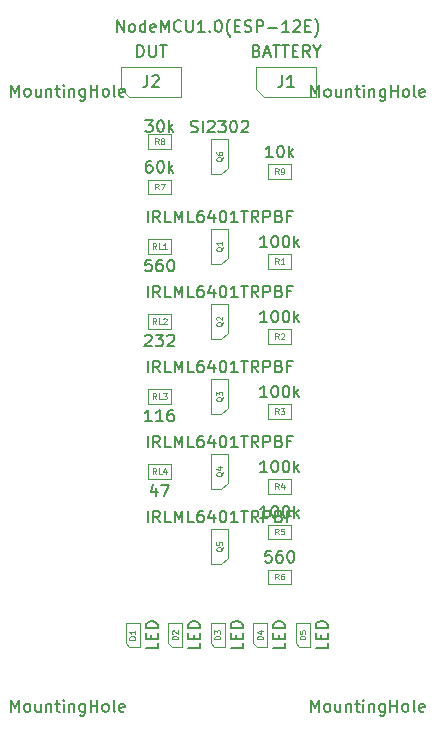
<source format=gbr>
G04 #@! TF.GenerationSoftware,KiCad,Pcbnew,(5.0.2)-1*
G04 #@! TF.CreationDate,2019-06-20T09:18:02+05:30*
G04 #@! TF.ProjectId,CapacityOfBattery,43617061-6369-4747-994f-664261747465,rev?*
G04 #@! TF.SameCoordinates,Original*
G04 #@! TF.FileFunction,Other,Fab,Top*
%FSLAX46Y46*%
G04 Gerber Fmt 4.6, Leading zero omitted, Abs format (unit mm)*
G04 Created by KiCad (PCBNEW (5.0.2)-1) date 06/20/19 09:18:02*
%MOMM*%
%LPD*%
G01*
G04 APERTURE LIST*
%ADD10C,0.100000*%
%ADD11C,0.150000*%
%ADD12C,0.075000*%
%ADD13C,0.080000*%
G04 APERTURE END LIST*
D10*
G04 #@! TO.C,Q3*
X29360000Y-46650000D02*
X29360000Y-44200000D01*
X28810000Y-47220000D02*
X27960000Y-47220000D01*
X29360000Y-46650000D02*
X28810000Y-47220000D01*
X27960000Y-47220000D02*
X27960000Y-44180000D01*
X29360000Y-44180000D02*
X27960000Y-44180000D01*
G04 #@! TO.C,R9*
X34740000Y-26050000D02*
X34740000Y-27250000D01*
X34740000Y-27250000D02*
X32740000Y-27250000D01*
X32740000Y-27250000D02*
X32740000Y-26050000D01*
X32740000Y-26050000D02*
X34740000Y-26050000D01*
G04 #@! TO.C,Q6*
X29360000Y-26330000D02*
X29360000Y-23880000D01*
X28810000Y-26900000D02*
X27960000Y-26900000D01*
X29360000Y-26330000D02*
X28810000Y-26900000D01*
X27960000Y-26900000D02*
X27960000Y-23860000D01*
X29360000Y-23860000D02*
X27960000Y-23860000D01*
G04 #@! TO.C,D2*
X24300000Y-64900000D02*
X24300000Y-66600000D01*
X24300000Y-66600000D02*
X24600000Y-66900000D01*
X24600000Y-66900000D02*
X25500000Y-66900000D01*
X25500000Y-66900000D02*
X25500000Y-64900000D01*
X25500000Y-64900000D02*
X24300000Y-64900000D01*
G04 #@! TO.C,D3*
X29100000Y-64900000D02*
X27900000Y-64900000D01*
X29100000Y-66900000D02*
X29100000Y-64900000D01*
X28200000Y-66900000D02*
X29100000Y-66900000D01*
X27900000Y-66600000D02*
X28200000Y-66900000D01*
X27900000Y-64900000D02*
X27900000Y-66600000D01*
G04 #@! TO.C,D4*
X31500000Y-64900000D02*
X31500000Y-66600000D01*
X31500000Y-66600000D02*
X31800000Y-66900000D01*
X31800000Y-66900000D02*
X32700000Y-66900000D01*
X32700000Y-66900000D02*
X32700000Y-64900000D01*
X32700000Y-64900000D02*
X31500000Y-64900000D01*
G04 #@! TO.C,D5*
X36300000Y-64900000D02*
X35100000Y-64900000D01*
X36300000Y-66900000D02*
X36300000Y-64900000D01*
X35400000Y-66900000D02*
X36300000Y-66900000D01*
X35100000Y-66600000D02*
X35400000Y-66900000D01*
X35100000Y-64900000D02*
X35100000Y-66600000D01*
G04 #@! TO.C,D1*
X20700833Y-64909934D02*
X20700833Y-66609934D01*
X20700833Y-66609934D02*
X21000833Y-66909934D01*
X21000833Y-66909934D02*
X21900833Y-66909934D01*
X21900833Y-66909934D02*
X21900833Y-64909934D01*
X21900833Y-64909934D02*
X20700833Y-64909934D01*
G04 #@! TO.C,R6*
X34740000Y-60360000D02*
X34740000Y-61560000D01*
X34740000Y-61560000D02*
X32740000Y-61560000D01*
X32740000Y-61560000D02*
X32740000Y-60360000D01*
X32740000Y-60360000D02*
X34740000Y-60360000D01*
G04 #@! TO.C,R7*
X22580000Y-27340000D02*
X24580000Y-27340000D01*
X22580000Y-28540000D02*
X22580000Y-27340000D01*
X24580000Y-28540000D02*
X22580000Y-28540000D01*
X24580000Y-27340000D02*
X24580000Y-28540000D01*
G04 #@! TO.C,R8*
X22580000Y-24710000D02*
X22580000Y-23510000D01*
X22580000Y-23510000D02*
X24580000Y-23510000D01*
X24580000Y-23510000D02*
X24580000Y-24710000D01*
X24580000Y-24710000D02*
X22580000Y-24710000D01*
G04 #@! TO.C,J2*
X20955000Y-20320000D02*
X20320000Y-19685000D01*
X25400000Y-20320000D02*
X20955000Y-20320000D01*
X25400000Y-17780000D02*
X25400000Y-20320000D01*
X20320000Y-17780000D02*
X25400000Y-17780000D01*
X20320000Y-19685000D02*
X20320000Y-17780000D01*
G04 #@! TO.C,J1*
X31750000Y-19685000D02*
X31750000Y-17780000D01*
X31750000Y-17780000D02*
X36830000Y-17780000D01*
X36830000Y-17780000D02*
X36830000Y-20320000D01*
X36830000Y-20320000D02*
X32385000Y-20320000D01*
X32385000Y-20320000D02*
X31750000Y-19685000D01*
G04 #@! TO.C,Q1*
X29360000Y-33950000D02*
X29360000Y-31500000D01*
X28810000Y-34520000D02*
X27960000Y-34520000D01*
X29360000Y-33950000D02*
X28810000Y-34520000D01*
X27960000Y-34520000D02*
X27960000Y-31480000D01*
X29360000Y-31480000D02*
X27960000Y-31480000D01*
G04 #@! TO.C,Q2*
X29360000Y-37830000D02*
X27960000Y-37830000D01*
X27960000Y-40870000D02*
X27960000Y-37830000D01*
X29360000Y-40300000D02*
X28810000Y-40870000D01*
X28810000Y-40870000D02*
X27960000Y-40870000D01*
X29360000Y-40300000D02*
X29360000Y-37850000D01*
G04 #@! TO.C,Q4*
X29360000Y-50530000D02*
X27960000Y-50530000D01*
X27960000Y-53570000D02*
X27960000Y-50530000D01*
X29360000Y-53000000D02*
X28810000Y-53570000D01*
X28810000Y-53570000D02*
X27960000Y-53570000D01*
X29360000Y-53000000D02*
X29360000Y-50550000D01*
G04 #@! TO.C,Q5*
X29360000Y-59350000D02*
X29360000Y-56900000D01*
X28810000Y-59920000D02*
X27960000Y-59920000D01*
X29360000Y-59350000D02*
X28810000Y-59920000D01*
X27960000Y-59920000D02*
X27960000Y-56880000D01*
X29360000Y-56880000D02*
X27960000Y-56880000D01*
G04 #@! TO.C,R1*
X34740000Y-33670000D02*
X34740000Y-34870000D01*
X34740000Y-34870000D02*
X32740000Y-34870000D01*
X32740000Y-34870000D02*
X32740000Y-33670000D01*
X32740000Y-33670000D02*
X34740000Y-33670000D01*
G04 #@! TO.C,R3*
X32740000Y-46370000D02*
X34740000Y-46370000D01*
X32740000Y-47570000D02*
X32740000Y-46370000D01*
X34740000Y-47570000D02*
X32740000Y-47570000D01*
X34740000Y-46370000D02*
X34740000Y-47570000D01*
G04 #@! TO.C,R4*
X34740000Y-52720000D02*
X34740000Y-53920000D01*
X34740000Y-53920000D02*
X32740000Y-53920000D01*
X32740000Y-53920000D02*
X32740000Y-52720000D01*
X32740000Y-52720000D02*
X34740000Y-52720000D01*
G04 #@! TO.C,R5*
X32740000Y-56550000D02*
X34740000Y-56550000D01*
X32740000Y-57750000D02*
X32740000Y-56550000D01*
X34740000Y-57750000D02*
X32740000Y-57750000D01*
X34740000Y-56550000D02*
X34740000Y-57750000D01*
G04 #@! TO.C,RL1*
X22580000Y-33600000D02*
X22580000Y-32400000D01*
X22580000Y-32400000D02*
X24580000Y-32400000D01*
X24580000Y-32400000D02*
X24580000Y-33600000D01*
X24580000Y-33600000D02*
X22580000Y-33600000D01*
G04 #@! TO.C,RL2*
X24580000Y-39950000D02*
X22580000Y-39950000D01*
X24580000Y-38750000D02*
X24580000Y-39950000D01*
X22580000Y-38750000D02*
X24580000Y-38750000D01*
X22580000Y-39950000D02*
X22580000Y-38750000D01*
G04 #@! TO.C,RL3*
X22580000Y-46300000D02*
X22580000Y-45100000D01*
X22580000Y-45100000D02*
X24580000Y-45100000D01*
X24580000Y-45100000D02*
X24580000Y-46300000D01*
X24580000Y-46300000D02*
X22580000Y-46300000D01*
G04 #@! TO.C,RL4*
X24580000Y-52650000D02*
X22580000Y-52650000D01*
X24580000Y-51450000D02*
X24580000Y-52650000D01*
X22580000Y-51450000D02*
X24580000Y-51450000D01*
X22580000Y-52650000D02*
X22580000Y-51450000D01*
G04 #@! TO.C,R2*
X34740000Y-40020000D02*
X34740000Y-41220000D01*
X34740000Y-41220000D02*
X32740000Y-41220000D01*
X32740000Y-41220000D02*
X32740000Y-40020000D01*
X32740000Y-40020000D02*
X34740000Y-40020000D01*
G04 #@! TD*
G04 #@! TO.C,*
D11*
X36415625Y-72386560D02*
X36415625Y-71386560D01*
X36748959Y-72100846D01*
X37082292Y-71386560D01*
X37082292Y-72386560D01*
X37701340Y-72386560D02*
X37606101Y-72338941D01*
X37558482Y-72291322D01*
X37510863Y-72196084D01*
X37510863Y-71910370D01*
X37558482Y-71815132D01*
X37606101Y-71767513D01*
X37701340Y-71719894D01*
X37844197Y-71719894D01*
X37939435Y-71767513D01*
X37987054Y-71815132D01*
X38034673Y-71910370D01*
X38034673Y-72196084D01*
X37987054Y-72291322D01*
X37939435Y-72338941D01*
X37844197Y-72386560D01*
X37701340Y-72386560D01*
X38891816Y-71719894D02*
X38891816Y-72386560D01*
X38463244Y-71719894D02*
X38463244Y-72243703D01*
X38510863Y-72338941D01*
X38606101Y-72386560D01*
X38748959Y-72386560D01*
X38844197Y-72338941D01*
X38891816Y-72291322D01*
X39368006Y-71719894D02*
X39368006Y-72386560D01*
X39368006Y-71815132D02*
X39415625Y-71767513D01*
X39510863Y-71719894D01*
X39653720Y-71719894D01*
X39748959Y-71767513D01*
X39796578Y-71862751D01*
X39796578Y-72386560D01*
X40129911Y-71719894D02*
X40510863Y-71719894D01*
X40272768Y-71386560D02*
X40272768Y-72243703D01*
X40320387Y-72338941D01*
X40415625Y-72386560D01*
X40510863Y-72386560D01*
X40844197Y-72386560D02*
X40844197Y-71719894D01*
X40844197Y-71386560D02*
X40796578Y-71434180D01*
X40844197Y-71481799D01*
X40891816Y-71434180D01*
X40844197Y-71386560D01*
X40844197Y-71481799D01*
X41320387Y-71719894D02*
X41320387Y-72386560D01*
X41320387Y-71815132D02*
X41368006Y-71767513D01*
X41463244Y-71719894D01*
X41606101Y-71719894D01*
X41701340Y-71767513D01*
X41748959Y-71862751D01*
X41748959Y-72386560D01*
X42653720Y-71719894D02*
X42653720Y-72529418D01*
X42606101Y-72624656D01*
X42558482Y-72672275D01*
X42463244Y-72719894D01*
X42320387Y-72719894D01*
X42225149Y-72672275D01*
X42653720Y-72338941D02*
X42558482Y-72386560D01*
X42368006Y-72386560D01*
X42272768Y-72338941D01*
X42225149Y-72291322D01*
X42177530Y-72196084D01*
X42177530Y-71910370D01*
X42225149Y-71815132D01*
X42272768Y-71767513D01*
X42368006Y-71719894D01*
X42558482Y-71719894D01*
X42653720Y-71767513D01*
X43129911Y-72386560D02*
X43129911Y-71386560D01*
X43129911Y-71862751D02*
X43701340Y-71862751D01*
X43701340Y-72386560D02*
X43701340Y-71386560D01*
X44320387Y-72386560D02*
X44225149Y-72338941D01*
X44177530Y-72291322D01*
X44129911Y-72196084D01*
X44129911Y-71910370D01*
X44177530Y-71815132D01*
X44225149Y-71767513D01*
X44320387Y-71719894D01*
X44463244Y-71719894D01*
X44558482Y-71767513D01*
X44606101Y-71815132D01*
X44653720Y-71910370D01*
X44653720Y-72196084D01*
X44606101Y-72291322D01*
X44558482Y-72338941D01*
X44463244Y-72386560D01*
X44320387Y-72386560D01*
X45225149Y-72386560D02*
X45129911Y-72338941D01*
X45082292Y-72243703D01*
X45082292Y-71386560D01*
X45987054Y-72338941D02*
X45891816Y-72386560D01*
X45701340Y-72386560D01*
X45606101Y-72338941D01*
X45558482Y-72243703D01*
X45558482Y-71862751D01*
X45606101Y-71767513D01*
X45701340Y-71719894D01*
X45891816Y-71719894D01*
X45987054Y-71767513D01*
X46034673Y-71862751D01*
X46034673Y-71957989D01*
X45558482Y-72053227D01*
X11023245Y-72386560D02*
X11023245Y-71386560D01*
X11356579Y-72100846D01*
X11689912Y-71386560D01*
X11689912Y-72386560D01*
X12308960Y-72386560D02*
X12213721Y-72338941D01*
X12166102Y-72291322D01*
X12118483Y-72196084D01*
X12118483Y-71910370D01*
X12166102Y-71815132D01*
X12213721Y-71767513D01*
X12308960Y-71719894D01*
X12451817Y-71719894D01*
X12547055Y-71767513D01*
X12594674Y-71815132D01*
X12642293Y-71910370D01*
X12642293Y-72196084D01*
X12594674Y-72291322D01*
X12547055Y-72338941D01*
X12451817Y-72386560D01*
X12308960Y-72386560D01*
X13499436Y-71719894D02*
X13499436Y-72386560D01*
X13070864Y-71719894D02*
X13070864Y-72243703D01*
X13118483Y-72338941D01*
X13213721Y-72386560D01*
X13356579Y-72386560D01*
X13451817Y-72338941D01*
X13499436Y-72291322D01*
X13975626Y-71719894D02*
X13975626Y-72386560D01*
X13975626Y-71815132D02*
X14023245Y-71767513D01*
X14118483Y-71719894D01*
X14261340Y-71719894D01*
X14356579Y-71767513D01*
X14404198Y-71862751D01*
X14404198Y-72386560D01*
X14737531Y-71719894D02*
X15118483Y-71719894D01*
X14880388Y-71386560D02*
X14880388Y-72243703D01*
X14928007Y-72338941D01*
X15023245Y-72386560D01*
X15118483Y-72386560D01*
X15451817Y-72386560D02*
X15451817Y-71719894D01*
X15451817Y-71386560D02*
X15404198Y-71434180D01*
X15451817Y-71481799D01*
X15499436Y-71434180D01*
X15451817Y-71386560D01*
X15451817Y-71481799D01*
X15928007Y-71719894D02*
X15928007Y-72386560D01*
X15928007Y-71815132D02*
X15975626Y-71767513D01*
X16070864Y-71719894D01*
X16213721Y-71719894D01*
X16308960Y-71767513D01*
X16356579Y-71862751D01*
X16356579Y-72386560D01*
X17261340Y-71719894D02*
X17261340Y-72529418D01*
X17213721Y-72624656D01*
X17166102Y-72672275D01*
X17070864Y-72719894D01*
X16928007Y-72719894D01*
X16832769Y-72672275D01*
X17261340Y-72338941D02*
X17166102Y-72386560D01*
X16975626Y-72386560D01*
X16880388Y-72338941D01*
X16832769Y-72291322D01*
X16785150Y-72196084D01*
X16785150Y-71910370D01*
X16832769Y-71815132D01*
X16880388Y-71767513D01*
X16975626Y-71719894D01*
X17166102Y-71719894D01*
X17261340Y-71767513D01*
X17737531Y-72386560D02*
X17737531Y-71386560D01*
X17737531Y-71862751D02*
X18308960Y-71862751D01*
X18308960Y-72386560D02*
X18308960Y-71386560D01*
X18928007Y-72386560D02*
X18832769Y-72338941D01*
X18785150Y-72291322D01*
X18737531Y-72196084D01*
X18737531Y-71910370D01*
X18785150Y-71815132D01*
X18832769Y-71767513D01*
X18928007Y-71719894D01*
X19070864Y-71719894D01*
X19166102Y-71767513D01*
X19213721Y-71815132D01*
X19261340Y-71910370D01*
X19261340Y-72196084D01*
X19213721Y-72291322D01*
X19166102Y-72338941D01*
X19070864Y-72386560D01*
X18928007Y-72386560D01*
X19832769Y-72386560D02*
X19737531Y-72338941D01*
X19689912Y-72243703D01*
X19689912Y-71386560D01*
X20594674Y-72338941D02*
X20499436Y-72386560D01*
X20308960Y-72386560D01*
X20213721Y-72338941D01*
X20166102Y-72243703D01*
X20166102Y-71862751D01*
X20213721Y-71767513D01*
X20308960Y-71719894D01*
X20499436Y-71719894D01*
X20594674Y-71767513D01*
X20642293Y-71862751D01*
X20642293Y-71957989D01*
X20166102Y-72053227D01*
X11033405Y-20306400D02*
X11033405Y-19306400D01*
X11366739Y-20020686D01*
X11700072Y-19306400D01*
X11700072Y-20306400D01*
X12319120Y-20306400D02*
X12223881Y-20258781D01*
X12176262Y-20211162D01*
X12128643Y-20115924D01*
X12128643Y-19830210D01*
X12176262Y-19734972D01*
X12223881Y-19687353D01*
X12319120Y-19639734D01*
X12461977Y-19639734D01*
X12557215Y-19687353D01*
X12604834Y-19734972D01*
X12652453Y-19830210D01*
X12652453Y-20115924D01*
X12604834Y-20211162D01*
X12557215Y-20258781D01*
X12461977Y-20306400D01*
X12319120Y-20306400D01*
X13509596Y-19639734D02*
X13509596Y-20306400D01*
X13081024Y-19639734D02*
X13081024Y-20163543D01*
X13128643Y-20258781D01*
X13223881Y-20306400D01*
X13366739Y-20306400D01*
X13461977Y-20258781D01*
X13509596Y-20211162D01*
X13985786Y-19639734D02*
X13985786Y-20306400D01*
X13985786Y-19734972D02*
X14033405Y-19687353D01*
X14128643Y-19639734D01*
X14271500Y-19639734D01*
X14366739Y-19687353D01*
X14414358Y-19782591D01*
X14414358Y-20306400D01*
X14747691Y-19639734D02*
X15128643Y-19639734D01*
X14890548Y-19306400D02*
X14890548Y-20163543D01*
X14938167Y-20258781D01*
X15033405Y-20306400D01*
X15128643Y-20306400D01*
X15461977Y-20306400D02*
X15461977Y-19639734D01*
X15461977Y-19306400D02*
X15414358Y-19354020D01*
X15461977Y-19401639D01*
X15509596Y-19354020D01*
X15461977Y-19306400D01*
X15461977Y-19401639D01*
X15938167Y-19639734D02*
X15938167Y-20306400D01*
X15938167Y-19734972D02*
X15985786Y-19687353D01*
X16081024Y-19639734D01*
X16223881Y-19639734D01*
X16319120Y-19687353D01*
X16366739Y-19782591D01*
X16366739Y-20306400D01*
X17271500Y-19639734D02*
X17271500Y-20449258D01*
X17223881Y-20544496D01*
X17176262Y-20592115D01*
X17081024Y-20639734D01*
X16938167Y-20639734D01*
X16842929Y-20592115D01*
X17271500Y-20258781D02*
X17176262Y-20306400D01*
X16985786Y-20306400D01*
X16890548Y-20258781D01*
X16842929Y-20211162D01*
X16795310Y-20115924D01*
X16795310Y-19830210D01*
X16842929Y-19734972D01*
X16890548Y-19687353D01*
X16985786Y-19639734D01*
X17176262Y-19639734D01*
X17271500Y-19687353D01*
X17747691Y-20306400D02*
X17747691Y-19306400D01*
X17747691Y-19782591D02*
X18319120Y-19782591D01*
X18319120Y-20306400D02*
X18319120Y-19306400D01*
X18938167Y-20306400D02*
X18842929Y-20258781D01*
X18795310Y-20211162D01*
X18747691Y-20115924D01*
X18747691Y-19830210D01*
X18795310Y-19734972D01*
X18842929Y-19687353D01*
X18938167Y-19639734D01*
X19081024Y-19639734D01*
X19176262Y-19687353D01*
X19223881Y-19734972D01*
X19271500Y-19830210D01*
X19271500Y-20115924D01*
X19223881Y-20211162D01*
X19176262Y-20258781D01*
X19081024Y-20306400D01*
X18938167Y-20306400D01*
X19842929Y-20306400D02*
X19747691Y-20258781D01*
X19700072Y-20163543D01*
X19700072Y-19306400D01*
X20604834Y-20258781D02*
X20509596Y-20306400D01*
X20319120Y-20306400D01*
X20223881Y-20258781D01*
X20176262Y-20163543D01*
X20176262Y-19782591D01*
X20223881Y-19687353D01*
X20319120Y-19639734D01*
X20509596Y-19639734D01*
X20604834Y-19687353D01*
X20652453Y-19782591D01*
X20652453Y-19877829D01*
X20176262Y-19973067D01*
G04 #@! TO.C,Q3*
X22564761Y-43652380D02*
X22564761Y-42652380D01*
X23612380Y-43652380D02*
X23279047Y-43176190D01*
X23040952Y-43652380D02*
X23040952Y-42652380D01*
X23421904Y-42652380D01*
X23517142Y-42700000D01*
X23564761Y-42747619D01*
X23612380Y-42842857D01*
X23612380Y-42985714D01*
X23564761Y-43080952D01*
X23517142Y-43128571D01*
X23421904Y-43176190D01*
X23040952Y-43176190D01*
X24517142Y-43652380D02*
X24040952Y-43652380D01*
X24040952Y-42652380D01*
X24850476Y-43652380D02*
X24850476Y-42652380D01*
X25183809Y-43366666D01*
X25517142Y-42652380D01*
X25517142Y-43652380D01*
X26469523Y-43652380D02*
X25993333Y-43652380D01*
X25993333Y-42652380D01*
X27231428Y-42652380D02*
X27040952Y-42652380D01*
X26945714Y-42700000D01*
X26898095Y-42747619D01*
X26802857Y-42890476D01*
X26755238Y-43080952D01*
X26755238Y-43461904D01*
X26802857Y-43557142D01*
X26850476Y-43604761D01*
X26945714Y-43652380D01*
X27136190Y-43652380D01*
X27231428Y-43604761D01*
X27279047Y-43557142D01*
X27326666Y-43461904D01*
X27326666Y-43223809D01*
X27279047Y-43128571D01*
X27231428Y-43080952D01*
X27136190Y-43033333D01*
X26945714Y-43033333D01*
X26850476Y-43080952D01*
X26802857Y-43128571D01*
X26755238Y-43223809D01*
X28183809Y-42985714D02*
X28183809Y-43652380D01*
X27945714Y-42604761D02*
X27707619Y-43319047D01*
X28326666Y-43319047D01*
X28898095Y-42652380D02*
X28993333Y-42652380D01*
X29088571Y-42700000D01*
X29136190Y-42747619D01*
X29183809Y-42842857D01*
X29231428Y-43033333D01*
X29231428Y-43271428D01*
X29183809Y-43461904D01*
X29136190Y-43557142D01*
X29088571Y-43604761D01*
X28993333Y-43652380D01*
X28898095Y-43652380D01*
X28802857Y-43604761D01*
X28755238Y-43557142D01*
X28707619Y-43461904D01*
X28659999Y-43271428D01*
X28659999Y-43033333D01*
X28707619Y-42842857D01*
X28755238Y-42747619D01*
X28802857Y-42700000D01*
X28898095Y-42652380D01*
X30183809Y-43652380D02*
X29612380Y-43652380D01*
X29898095Y-43652380D02*
X29898095Y-42652380D01*
X29802857Y-42795238D01*
X29707619Y-42890476D01*
X29612380Y-42938095D01*
X30469523Y-42652380D02*
X31040952Y-42652380D01*
X30755238Y-43652380D02*
X30755238Y-42652380D01*
X31945714Y-43652380D02*
X31612380Y-43176190D01*
X31374285Y-43652380D02*
X31374285Y-42652380D01*
X31755238Y-42652380D01*
X31850476Y-42700000D01*
X31898095Y-42747619D01*
X31945714Y-42842857D01*
X31945714Y-42985714D01*
X31898095Y-43080952D01*
X31850476Y-43128571D01*
X31755238Y-43176190D01*
X31374285Y-43176190D01*
X32374285Y-43652380D02*
X32374285Y-42652380D01*
X32755238Y-42652380D01*
X32850476Y-42700000D01*
X32898095Y-42747619D01*
X32945714Y-42842857D01*
X32945714Y-42985714D01*
X32898095Y-43080952D01*
X32850476Y-43128571D01*
X32755238Y-43176190D01*
X32374285Y-43176190D01*
X33707619Y-43128571D02*
X33850476Y-43176190D01*
X33898095Y-43223809D01*
X33945714Y-43319047D01*
X33945714Y-43461904D01*
X33898095Y-43557142D01*
X33850476Y-43604761D01*
X33755238Y-43652380D01*
X33374285Y-43652380D01*
X33374285Y-42652380D01*
X33707619Y-42652380D01*
X33802857Y-42700000D01*
X33850476Y-42747619D01*
X33898095Y-42842857D01*
X33898095Y-42938095D01*
X33850476Y-43033333D01*
X33802857Y-43080952D01*
X33707619Y-43128571D01*
X33374285Y-43128571D01*
X34707619Y-43128571D02*
X34374285Y-43128571D01*
X34374285Y-43652380D02*
X34374285Y-42652380D01*
X34850476Y-42652380D01*
D12*
X28933809Y-45747619D02*
X28910000Y-45795238D01*
X28862380Y-45842857D01*
X28790952Y-45914285D01*
X28767142Y-45961904D01*
X28767142Y-46009523D01*
X28886190Y-45985714D02*
X28862380Y-46033333D01*
X28814761Y-46080952D01*
X28719523Y-46104761D01*
X28552857Y-46104761D01*
X28457619Y-46080952D01*
X28410000Y-46033333D01*
X28386190Y-45985714D01*
X28386190Y-45890476D01*
X28410000Y-45842857D01*
X28457619Y-45795238D01*
X28552857Y-45771428D01*
X28719523Y-45771428D01*
X28814761Y-45795238D01*
X28862380Y-45842857D01*
X28886190Y-45890476D01*
X28886190Y-45985714D01*
X28386190Y-45604761D02*
X28386190Y-45295238D01*
X28576666Y-45461904D01*
X28576666Y-45390476D01*
X28600476Y-45342857D01*
X28624285Y-45319047D01*
X28671904Y-45295238D01*
X28790952Y-45295238D01*
X28838571Y-45319047D01*
X28862380Y-45342857D01*
X28886190Y-45390476D01*
X28886190Y-45533333D01*
X28862380Y-45580952D01*
X28838571Y-45604761D01*
G04 #@! TO.C,R9*
D11*
X33144761Y-25452380D02*
X32573333Y-25452380D01*
X32859047Y-25452380D02*
X32859047Y-24452380D01*
X32763809Y-24595238D01*
X32668571Y-24690476D01*
X32573333Y-24738095D01*
X33763809Y-24452380D02*
X33859047Y-24452380D01*
X33954285Y-24500000D01*
X34001904Y-24547619D01*
X34049523Y-24642857D01*
X34097142Y-24833333D01*
X34097142Y-25071428D01*
X34049523Y-25261904D01*
X34001904Y-25357142D01*
X33954285Y-25404761D01*
X33859047Y-25452380D01*
X33763809Y-25452380D01*
X33668571Y-25404761D01*
X33620952Y-25357142D01*
X33573333Y-25261904D01*
X33525714Y-25071428D01*
X33525714Y-24833333D01*
X33573333Y-24642857D01*
X33620952Y-24547619D01*
X33668571Y-24500000D01*
X33763809Y-24452380D01*
X34525714Y-25452380D02*
X34525714Y-24452380D01*
X34620952Y-25071428D02*
X34906666Y-25452380D01*
X34906666Y-24785714D02*
X34525714Y-25166666D01*
D13*
X33656666Y-26876190D02*
X33490000Y-26638095D01*
X33370952Y-26876190D02*
X33370952Y-26376190D01*
X33561428Y-26376190D01*
X33609047Y-26400000D01*
X33632857Y-26423809D01*
X33656666Y-26471428D01*
X33656666Y-26542857D01*
X33632857Y-26590476D01*
X33609047Y-26614285D01*
X33561428Y-26638095D01*
X33370952Y-26638095D01*
X33894761Y-26876190D02*
X33990000Y-26876190D01*
X34037619Y-26852380D01*
X34061428Y-26828571D01*
X34109047Y-26757142D01*
X34132857Y-26661904D01*
X34132857Y-26471428D01*
X34109047Y-26423809D01*
X34085238Y-26400000D01*
X34037619Y-26376190D01*
X33942380Y-26376190D01*
X33894761Y-26400000D01*
X33870952Y-26423809D01*
X33847142Y-26471428D01*
X33847142Y-26590476D01*
X33870952Y-26638095D01*
X33894761Y-26661904D01*
X33942380Y-26685714D01*
X34037619Y-26685714D01*
X34085238Y-26661904D01*
X34109047Y-26638095D01*
X34132857Y-26590476D01*
G04 #@! TO.C,Q6*
D11*
X26231428Y-23284761D02*
X26374285Y-23332380D01*
X26612380Y-23332380D01*
X26707619Y-23284761D01*
X26755238Y-23237142D01*
X26802857Y-23141904D01*
X26802857Y-23046666D01*
X26755238Y-22951428D01*
X26707619Y-22903809D01*
X26612380Y-22856190D01*
X26421904Y-22808571D01*
X26326666Y-22760952D01*
X26279047Y-22713333D01*
X26231428Y-22618095D01*
X26231428Y-22522857D01*
X26279047Y-22427619D01*
X26326666Y-22380000D01*
X26421904Y-22332380D01*
X26660000Y-22332380D01*
X26802857Y-22380000D01*
X27231428Y-23332380D02*
X27231428Y-22332380D01*
X27660000Y-22427619D02*
X27707619Y-22380000D01*
X27802857Y-22332380D01*
X28040952Y-22332380D01*
X28136190Y-22380000D01*
X28183809Y-22427619D01*
X28231428Y-22522857D01*
X28231428Y-22618095D01*
X28183809Y-22760952D01*
X27612380Y-23332380D01*
X28231428Y-23332380D01*
X28564761Y-22332380D02*
X29183809Y-22332380D01*
X28850476Y-22713333D01*
X28993333Y-22713333D01*
X29088571Y-22760952D01*
X29136190Y-22808571D01*
X29183809Y-22903809D01*
X29183809Y-23141904D01*
X29136190Y-23237142D01*
X29088571Y-23284761D01*
X28993333Y-23332380D01*
X28707619Y-23332380D01*
X28612380Y-23284761D01*
X28564761Y-23237142D01*
X29802857Y-22332380D02*
X29898095Y-22332380D01*
X29993333Y-22380000D01*
X30040952Y-22427619D01*
X30088571Y-22522857D01*
X30136190Y-22713333D01*
X30136190Y-22951428D01*
X30088571Y-23141904D01*
X30040952Y-23237142D01*
X29993333Y-23284761D01*
X29898095Y-23332380D01*
X29802857Y-23332380D01*
X29707619Y-23284761D01*
X29660000Y-23237142D01*
X29612380Y-23141904D01*
X29564761Y-22951428D01*
X29564761Y-22713333D01*
X29612380Y-22522857D01*
X29660000Y-22427619D01*
X29707619Y-22380000D01*
X29802857Y-22332380D01*
X30517142Y-22427619D02*
X30564761Y-22380000D01*
X30660000Y-22332380D01*
X30898095Y-22332380D01*
X30993333Y-22380000D01*
X31040952Y-22427619D01*
X31088571Y-22522857D01*
X31088571Y-22618095D01*
X31040952Y-22760952D01*
X30469523Y-23332380D01*
X31088571Y-23332380D01*
D12*
X28933809Y-25427619D02*
X28910000Y-25475238D01*
X28862380Y-25522857D01*
X28790952Y-25594285D01*
X28767142Y-25641904D01*
X28767142Y-25689523D01*
X28886190Y-25665714D02*
X28862380Y-25713333D01*
X28814761Y-25760952D01*
X28719523Y-25784761D01*
X28552857Y-25784761D01*
X28457619Y-25760952D01*
X28410000Y-25713333D01*
X28386190Y-25665714D01*
X28386190Y-25570476D01*
X28410000Y-25522857D01*
X28457619Y-25475238D01*
X28552857Y-25451428D01*
X28719523Y-25451428D01*
X28814761Y-25475238D01*
X28862380Y-25522857D01*
X28886190Y-25570476D01*
X28886190Y-25665714D01*
X28386190Y-25022857D02*
X28386190Y-25118095D01*
X28410000Y-25165714D01*
X28433809Y-25189523D01*
X28505238Y-25237142D01*
X28600476Y-25260952D01*
X28790952Y-25260952D01*
X28838571Y-25237142D01*
X28862380Y-25213333D01*
X28886190Y-25165714D01*
X28886190Y-25070476D01*
X28862380Y-25022857D01*
X28838571Y-24999047D01*
X28790952Y-24975238D01*
X28671904Y-24975238D01*
X28624285Y-24999047D01*
X28600476Y-25022857D01*
X28576666Y-25070476D01*
X28576666Y-25165714D01*
X28600476Y-25213333D01*
X28624285Y-25237142D01*
X28671904Y-25260952D01*
G04 #@! TO.C,D2*
D11*
X27002380Y-66542857D02*
X27002380Y-67019047D01*
X26002380Y-67019047D01*
X26478571Y-66209523D02*
X26478571Y-65876190D01*
X27002380Y-65733333D02*
X27002380Y-66209523D01*
X26002380Y-66209523D01*
X26002380Y-65733333D01*
X27002380Y-65304761D02*
X26002380Y-65304761D01*
X26002380Y-65066666D01*
X26050000Y-64923809D01*
X26145238Y-64828571D01*
X26240476Y-64780952D01*
X26430952Y-64733333D01*
X26573809Y-64733333D01*
X26764285Y-64780952D01*
X26859523Y-64828571D01*
X26954761Y-64923809D01*
X27002380Y-65066666D01*
X27002380Y-65304761D01*
D13*
X25126190Y-66269047D02*
X24626190Y-66269047D01*
X24626190Y-66150000D01*
X24650000Y-66078571D01*
X24697619Y-66030952D01*
X24745238Y-66007142D01*
X24840476Y-65983333D01*
X24911904Y-65983333D01*
X25007142Y-66007142D01*
X25054761Y-66030952D01*
X25102380Y-66078571D01*
X25126190Y-66150000D01*
X25126190Y-66269047D01*
X24673809Y-65792857D02*
X24650000Y-65769047D01*
X24626190Y-65721428D01*
X24626190Y-65602380D01*
X24650000Y-65554761D01*
X24673809Y-65530952D01*
X24721428Y-65507142D01*
X24769047Y-65507142D01*
X24840476Y-65530952D01*
X25126190Y-65816666D01*
X25126190Y-65507142D01*
G04 #@! TO.C,D3*
D11*
X30602380Y-66542857D02*
X30602380Y-67019047D01*
X29602380Y-67019047D01*
X30078571Y-66209523D02*
X30078571Y-65876190D01*
X30602380Y-65733333D02*
X30602380Y-66209523D01*
X29602380Y-66209523D01*
X29602380Y-65733333D01*
X30602380Y-65304761D02*
X29602380Y-65304761D01*
X29602380Y-65066666D01*
X29650000Y-64923809D01*
X29745238Y-64828571D01*
X29840476Y-64780952D01*
X30030952Y-64733333D01*
X30173809Y-64733333D01*
X30364285Y-64780952D01*
X30459523Y-64828571D01*
X30554761Y-64923809D01*
X30602380Y-65066666D01*
X30602380Y-65304761D01*
D13*
X28726190Y-66269047D02*
X28226190Y-66269047D01*
X28226190Y-66150000D01*
X28250000Y-66078571D01*
X28297619Y-66030952D01*
X28345238Y-66007142D01*
X28440476Y-65983333D01*
X28511904Y-65983333D01*
X28607142Y-66007142D01*
X28654761Y-66030952D01*
X28702380Y-66078571D01*
X28726190Y-66150000D01*
X28726190Y-66269047D01*
X28226190Y-65816666D02*
X28226190Y-65507142D01*
X28416666Y-65673809D01*
X28416666Y-65602380D01*
X28440476Y-65554761D01*
X28464285Y-65530952D01*
X28511904Y-65507142D01*
X28630952Y-65507142D01*
X28678571Y-65530952D01*
X28702380Y-65554761D01*
X28726190Y-65602380D01*
X28726190Y-65745238D01*
X28702380Y-65792857D01*
X28678571Y-65816666D01*
G04 #@! TO.C,D4*
D11*
X34202380Y-66542857D02*
X34202380Y-67019047D01*
X33202380Y-67019047D01*
X33678571Y-66209523D02*
X33678571Y-65876190D01*
X34202380Y-65733333D02*
X34202380Y-66209523D01*
X33202380Y-66209523D01*
X33202380Y-65733333D01*
X34202380Y-65304761D02*
X33202380Y-65304761D01*
X33202380Y-65066666D01*
X33250000Y-64923809D01*
X33345238Y-64828571D01*
X33440476Y-64780952D01*
X33630952Y-64733333D01*
X33773809Y-64733333D01*
X33964285Y-64780952D01*
X34059523Y-64828571D01*
X34154761Y-64923809D01*
X34202380Y-65066666D01*
X34202380Y-65304761D01*
D13*
X32326190Y-66269047D02*
X31826190Y-66269047D01*
X31826190Y-66150000D01*
X31850000Y-66078571D01*
X31897619Y-66030952D01*
X31945238Y-66007142D01*
X32040476Y-65983333D01*
X32111904Y-65983333D01*
X32207142Y-66007142D01*
X32254761Y-66030952D01*
X32302380Y-66078571D01*
X32326190Y-66150000D01*
X32326190Y-66269047D01*
X31992857Y-65554761D02*
X32326190Y-65554761D01*
X31802380Y-65673809D02*
X32159523Y-65792857D01*
X32159523Y-65483333D01*
G04 #@! TO.C,D5*
D11*
X37802380Y-66542857D02*
X37802380Y-67019047D01*
X36802380Y-67019047D01*
X37278571Y-66209523D02*
X37278571Y-65876190D01*
X37802380Y-65733333D02*
X37802380Y-66209523D01*
X36802380Y-66209523D01*
X36802380Y-65733333D01*
X37802380Y-65304761D02*
X36802380Y-65304761D01*
X36802380Y-65066666D01*
X36850000Y-64923809D01*
X36945238Y-64828571D01*
X37040476Y-64780952D01*
X37230952Y-64733333D01*
X37373809Y-64733333D01*
X37564285Y-64780952D01*
X37659523Y-64828571D01*
X37754761Y-64923809D01*
X37802380Y-65066666D01*
X37802380Y-65304761D01*
D13*
X35926190Y-66269047D02*
X35426190Y-66269047D01*
X35426190Y-66150000D01*
X35450000Y-66078571D01*
X35497619Y-66030952D01*
X35545238Y-66007142D01*
X35640476Y-65983333D01*
X35711904Y-65983333D01*
X35807142Y-66007142D01*
X35854761Y-66030952D01*
X35902380Y-66078571D01*
X35926190Y-66150000D01*
X35926190Y-66269047D01*
X35426190Y-65530952D02*
X35426190Y-65769047D01*
X35664285Y-65792857D01*
X35640476Y-65769047D01*
X35616666Y-65721428D01*
X35616666Y-65602380D01*
X35640476Y-65554761D01*
X35664285Y-65530952D01*
X35711904Y-65507142D01*
X35830952Y-65507142D01*
X35878571Y-65530952D01*
X35902380Y-65554761D01*
X35926190Y-65602380D01*
X35926190Y-65721428D01*
X35902380Y-65769047D01*
X35878571Y-65792857D01*
G04 #@! TO.C,D1*
D11*
X23403213Y-66552791D02*
X23403213Y-67028981D01*
X22403213Y-67028981D01*
X22879404Y-66219457D02*
X22879404Y-65886124D01*
X23403213Y-65743267D02*
X23403213Y-66219457D01*
X22403213Y-66219457D01*
X22403213Y-65743267D01*
X23403213Y-65314695D02*
X22403213Y-65314695D01*
X22403213Y-65076600D01*
X22450833Y-64933743D01*
X22546071Y-64838505D01*
X22641309Y-64790886D01*
X22831785Y-64743267D01*
X22974642Y-64743267D01*
X23165118Y-64790886D01*
X23260356Y-64838505D01*
X23355594Y-64933743D01*
X23403213Y-65076600D01*
X23403213Y-65314695D01*
D13*
X21527023Y-66278981D02*
X21027023Y-66278981D01*
X21027023Y-66159934D01*
X21050833Y-66088505D01*
X21098452Y-66040886D01*
X21146071Y-66017076D01*
X21241309Y-65993267D01*
X21312737Y-65993267D01*
X21407975Y-66017076D01*
X21455594Y-66040886D01*
X21503213Y-66088505D01*
X21527023Y-66159934D01*
X21527023Y-66278981D01*
X21527023Y-65517076D02*
X21527023Y-65802791D01*
X21527023Y-65659934D02*
X21027023Y-65659934D01*
X21098452Y-65707553D01*
X21146071Y-65755172D01*
X21169880Y-65802791D01*
G04 #@! TO.C,R6*
D11*
X33025714Y-58762380D02*
X32549523Y-58762380D01*
X32501904Y-59238571D01*
X32549523Y-59190952D01*
X32644761Y-59143333D01*
X32882857Y-59143333D01*
X32978095Y-59190952D01*
X33025714Y-59238571D01*
X33073333Y-59333809D01*
X33073333Y-59571904D01*
X33025714Y-59667142D01*
X32978095Y-59714761D01*
X32882857Y-59762380D01*
X32644761Y-59762380D01*
X32549523Y-59714761D01*
X32501904Y-59667142D01*
X33930476Y-58762380D02*
X33740000Y-58762380D01*
X33644761Y-58810000D01*
X33597142Y-58857619D01*
X33501904Y-59000476D01*
X33454285Y-59190952D01*
X33454285Y-59571904D01*
X33501904Y-59667142D01*
X33549523Y-59714761D01*
X33644761Y-59762380D01*
X33835238Y-59762380D01*
X33930476Y-59714761D01*
X33978095Y-59667142D01*
X34025714Y-59571904D01*
X34025714Y-59333809D01*
X33978095Y-59238571D01*
X33930476Y-59190952D01*
X33835238Y-59143333D01*
X33644761Y-59143333D01*
X33549523Y-59190952D01*
X33501904Y-59238571D01*
X33454285Y-59333809D01*
X34644761Y-58762380D02*
X34740000Y-58762380D01*
X34835238Y-58810000D01*
X34882857Y-58857619D01*
X34930476Y-58952857D01*
X34978095Y-59143333D01*
X34978095Y-59381428D01*
X34930476Y-59571904D01*
X34882857Y-59667142D01*
X34835238Y-59714761D01*
X34740000Y-59762380D01*
X34644761Y-59762380D01*
X34549523Y-59714761D01*
X34501904Y-59667142D01*
X34454285Y-59571904D01*
X34406666Y-59381428D01*
X34406666Y-59143333D01*
X34454285Y-58952857D01*
X34501904Y-58857619D01*
X34549523Y-58810000D01*
X34644761Y-58762380D01*
D13*
X33656666Y-61186190D02*
X33490000Y-60948095D01*
X33370952Y-61186190D02*
X33370952Y-60686190D01*
X33561428Y-60686190D01*
X33609047Y-60710000D01*
X33632857Y-60733809D01*
X33656666Y-60781428D01*
X33656666Y-60852857D01*
X33632857Y-60900476D01*
X33609047Y-60924285D01*
X33561428Y-60948095D01*
X33370952Y-60948095D01*
X34085238Y-60686190D02*
X33990000Y-60686190D01*
X33942380Y-60710000D01*
X33918571Y-60733809D01*
X33870952Y-60805238D01*
X33847142Y-60900476D01*
X33847142Y-61090952D01*
X33870952Y-61138571D01*
X33894761Y-61162380D01*
X33942380Y-61186190D01*
X34037619Y-61186190D01*
X34085238Y-61162380D01*
X34109047Y-61138571D01*
X34132857Y-61090952D01*
X34132857Y-60971904D01*
X34109047Y-60924285D01*
X34085238Y-60900476D01*
X34037619Y-60876666D01*
X33942380Y-60876666D01*
X33894761Y-60900476D01*
X33870952Y-60924285D01*
X33847142Y-60971904D01*
G04 #@! TO.C,R7*
D11*
X22889523Y-25742380D02*
X22699047Y-25742380D01*
X22603809Y-25790000D01*
X22556190Y-25837619D01*
X22460952Y-25980476D01*
X22413333Y-26170952D01*
X22413333Y-26551904D01*
X22460952Y-26647142D01*
X22508571Y-26694761D01*
X22603809Y-26742380D01*
X22794285Y-26742380D01*
X22889523Y-26694761D01*
X22937142Y-26647142D01*
X22984761Y-26551904D01*
X22984761Y-26313809D01*
X22937142Y-26218571D01*
X22889523Y-26170952D01*
X22794285Y-26123333D01*
X22603809Y-26123333D01*
X22508571Y-26170952D01*
X22460952Y-26218571D01*
X22413333Y-26313809D01*
X23603809Y-25742380D02*
X23699047Y-25742380D01*
X23794285Y-25790000D01*
X23841904Y-25837619D01*
X23889523Y-25932857D01*
X23937142Y-26123333D01*
X23937142Y-26361428D01*
X23889523Y-26551904D01*
X23841904Y-26647142D01*
X23794285Y-26694761D01*
X23699047Y-26742380D01*
X23603809Y-26742380D01*
X23508571Y-26694761D01*
X23460952Y-26647142D01*
X23413333Y-26551904D01*
X23365714Y-26361428D01*
X23365714Y-26123333D01*
X23413333Y-25932857D01*
X23460952Y-25837619D01*
X23508571Y-25790000D01*
X23603809Y-25742380D01*
X24365714Y-26742380D02*
X24365714Y-25742380D01*
X24460952Y-26361428D02*
X24746666Y-26742380D01*
X24746666Y-26075714D02*
X24365714Y-26456666D01*
D13*
X23496666Y-28166190D02*
X23330000Y-27928095D01*
X23210952Y-28166190D02*
X23210952Y-27666190D01*
X23401428Y-27666190D01*
X23449047Y-27690000D01*
X23472857Y-27713809D01*
X23496666Y-27761428D01*
X23496666Y-27832857D01*
X23472857Y-27880476D01*
X23449047Y-27904285D01*
X23401428Y-27928095D01*
X23210952Y-27928095D01*
X23663333Y-27666190D02*
X23996666Y-27666190D01*
X23782380Y-28166190D01*
G04 #@! TO.C,R8*
D11*
X22365714Y-22292380D02*
X22984761Y-22292380D01*
X22651428Y-22673333D01*
X22794285Y-22673333D01*
X22889523Y-22720952D01*
X22937142Y-22768571D01*
X22984761Y-22863809D01*
X22984761Y-23101904D01*
X22937142Y-23197142D01*
X22889523Y-23244761D01*
X22794285Y-23292380D01*
X22508571Y-23292380D01*
X22413333Y-23244761D01*
X22365714Y-23197142D01*
X23603809Y-22292380D02*
X23699047Y-22292380D01*
X23794285Y-22340000D01*
X23841904Y-22387619D01*
X23889523Y-22482857D01*
X23937142Y-22673333D01*
X23937142Y-22911428D01*
X23889523Y-23101904D01*
X23841904Y-23197142D01*
X23794285Y-23244761D01*
X23699047Y-23292380D01*
X23603809Y-23292380D01*
X23508571Y-23244761D01*
X23460952Y-23197142D01*
X23413333Y-23101904D01*
X23365714Y-22911428D01*
X23365714Y-22673333D01*
X23413333Y-22482857D01*
X23460952Y-22387619D01*
X23508571Y-22340000D01*
X23603809Y-22292380D01*
X24365714Y-23292380D02*
X24365714Y-22292380D01*
X24460952Y-22911428D02*
X24746666Y-23292380D01*
X24746666Y-22625714D02*
X24365714Y-23006666D01*
D13*
X23496666Y-24336190D02*
X23330000Y-24098095D01*
X23210952Y-24336190D02*
X23210952Y-23836190D01*
X23401428Y-23836190D01*
X23449047Y-23860000D01*
X23472857Y-23883809D01*
X23496666Y-23931428D01*
X23496666Y-24002857D01*
X23472857Y-24050476D01*
X23449047Y-24074285D01*
X23401428Y-24098095D01*
X23210952Y-24098095D01*
X23782380Y-24050476D02*
X23734761Y-24026666D01*
X23710952Y-24002857D01*
X23687142Y-23955238D01*
X23687142Y-23931428D01*
X23710952Y-23883809D01*
X23734761Y-23860000D01*
X23782380Y-23836190D01*
X23877619Y-23836190D01*
X23925238Y-23860000D01*
X23949047Y-23883809D01*
X23972857Y-23931428D01*
X23972857Y-23955238D01*
X23949047Y-24002857D01*
X23925238Y-24026666D01*
X23877619Y-24050476D01*
X23782380Y-24050476D01*
X23734761Y-24074285D01*
X23710952Y-24098095D01*
X23687142Y-24145714D01*
X23687142Y-24240952D01*
X23710952Y-24288571D01*
X23734761Y-24312380D01*
X23782380Y-24336190D01*
X23877619Y-24336190D01*
X23925238Y-24312380D01*
X23949047Y-24288571D01*
X23972857Y-24240952D01*
X23972857Y-24145714D01*
X23949047Y-24098095D01*
X23925238Y-24074285D01*
X23877619Y-24050476D01*
G04 #@! TO.C,U1*
D11*
X19976190Y-14842380D02*
X19976190Y-13842380D01*
X20547619Y-14842380D01*
X20547619Y-13842380D01*
X21166666Y-14842380D02*
X21071428Y-14794761D01*
X21023809Y-14747142D01*
X20976190Y-14651904D01*
X20976190Y-14366190D01*
X21023809Y-14270952D01*
X21071428Y-14223333D01*
X21166666Y-14175714D01*
X21309523Y-14175714D01*
X21404761Y-14223333D01*
X21452380Y-14270952D01*
X21500000Y-14366190D01*
X21500000Y-14651904D01*
X21452380Y-14747142D01*
X21404761Y-14794761D01*
X21309523Y-14842380D01*
X21166666Y-14842380D01*
X22357142Y-14842380D02*
X22357142Y-13842380D01*
X22357142Y-14794761D02*
X22261904Y-14842380D01*
X22071428Y-14842380D01*
X21976190Y-14794761D01*
X21928571Y-14747142D01*
X21880952Y-14651904D01*
X21880952Y-14366190D01*
X21928571Y-14270952D01*
X21976190Y-14223333D01*
X22071428Y-14175714D01*
X22261904Y-14175714D01*
X22357142Y-14223333D01*
X23214285Y-14794761D02*
X23119047Y-14842380D01*
X22928571Y-14842380D01*
X22833333Y-14794761D01*
X22785714Y-14699523D01*
X22785714Y-14318571D01*
X22833333Y-14223333D01*
X22928571Y-14175714D01*
X23119047Y-14175714D01*
X23214285Y-14223333D01*
X23261904Y-14318571D01*
X23261904Y-14413809D01*
X22785714Y-14509047D01*
X23690476Y-14842380D02*
X23690476Y-13842380D01*
X24023809Y-14556666D01*
X24357142Y-13842380D01*
X24357142Y-14842380D01*
X25404761Y-14747142D02*
X25357142Y-14794761D01*
X25214285Y-14842380D01*
X25119047Y-14842380D01*
X24976190Y-14794761D01*
X24880952Y-14699523D01*
X24833333Y-14604285D01*
X24785714Y-14413809D01*
X24785714Y-14270952D01*
X24833333Y-14080476D01*
X24880952Y-13985238D01*
X24976190Y-13890000D01*
X25119047Y-13842380D01*
X25214285Y-13842380D01*
X25357142Y-13890000D01*
X25404761Y-13937619D01*
X25833333Y-13842380D02*
X25833333Y-14651904D01*
X25880952Y-14747142D01*
X25928571Y-14794761D01*
X26023809Y-14842380D01*
X26214285Y-14842380D01*
X26309523Y-14794761D01*
X26357142Y-14747142D01*
X26404761Y-14651904D01*
X26404761Y-13842380D01*
X27404761Y-14842380D02*
X26833333Y-14842380D01*
X27119047Y-14842380D02*
X27119047Y-13842380D01*
X27023809Y-13985238D01*
X26928571Y-14080476D01*
X26833333Y-14128095D01*
X27833333Y-14747142D02*
X27880952Y-14794761D01*
X27833333Y-14842380D01*
X27785714Y-14794761D01*
X27833333Y-14747142D01*
X27833333Y-14842380D01*
X28500000Y-13842380D02*
X28595238Y-13842380D01*
X28690476Y-13890000D01*
X28738095Y-13937619D01*
X28785714Y-14032857D01*
X28833333Y-14223333D01*
X28833333Y-14461428D01*
X28785714Y-14651904D01*
X28738095Y-14747142D01*
X28690476Y-14794761D01*
X28595238Y-14842380D01*
X28500000Y-14842380D01*
X28404761Y-14794761D01*
X28357142Y-14747142D01*
X28309523Y-14651904D01*
X28261904Y-14461428D01*
X28261904Y-14223333D01*
X28309523Y-14032857D01*
X28357142Y-13937619D01*
X28404761Y-13890000D01*
X28500000Y-13842380D01*
X29547619Y-15223333D02*
X29500000Y-15175714D01*
X29404761Y-15032857D01*
X29357142Y-14937619D01*
X29309523Y-14794761D01*
X29261904Y-14556666D01*
X29261904Y-14366190D01*
X29309523Y-14128095D01*
X29357142Y-13985238D01*
X29404761Y-13890000D01*
X29500000Y-13747142D01*
X29547619Y-13699523D01*
X29928571Y-14318571D02*
X30261904Y-14318571D01*
X30404761Y-14842380D02*
X29928571Y-14842380D01*
X29928571Y-13842380D01*
X30404761Y-13842380D01*
X30785714Y-14794761D02*
X30928571Y-14842380D01*
X31166666Y-14842380D01*
X31261904Y-14794761D01*
X31309523Y-14747142D01*
X31357142Y-14651904D01*
X31357142Y-14556666D01*
X31309523Y-14461428D01*
X31261904Y-14413809D01*
X31166666Y-14366190D01*
X30976190Y-14318571D01*
X30880952Y-14270952D01*
X30833333Y-14223333D01*
X30785714Y-14128095D01*
X30785714Y-14032857D01*
X30833333Y-13937619D01*
X30880952Y-13890000D01*
X30976190Y-13842380D01*
X31214285Y-13842380D01*
X31357142Y-13890000D01*
X31785714Y-14842380D02*
X31785714Y-13842380D01*
X32166666Y-13842380D01*
X32261904Y-13890000D01*
X32309523Y-13937619D01*
X32357142Y-14032857D01*
X32357142Y-14175714D01*
X32309523Y-14270952D01*
X32261904Y-14318571D01*
X32166666Y-14366190D01*
X31785714Y-14366190D01*
X32785714Y-14461428D02*
X33547619Y-14461428D01*
X34547619Y-14842380D02*
X33976190Y-14842380D01*
X34261904Y-14842380D02*
X34261904Y-13842380D01*
X34166666Y-13985238D01*
X34071428Y-14080476D01*
X33976190Y-14128095D01*
X34928571Y-13937619D02*
X34976190Y-13890000D01*
X35071428Y-13842380D01*
X35309523Y-13842380D01*
X35404761Y-13890000D01*
X35452380Y-13937619D01*
X35500000Y-14032857D01*
X35500000Y-14128095D01*
X35452380Y-14270952D01*
X34880952Y-14842380D01*
X35500000Y-14842380D01*
X35928571Y-14318571D02*
X36261904Y-14318571D01*
X36404761Y-14842380D02*
X35928571Y-14842380D01*
X35928571Y-13842380D01*
X36404761Y-13842380D01*
X36738095Y-15223333D02*
X36785714Y-15175714D01*
X36880952Y-15032857D01*
X36928571Y-14937619D01*
X36976190Y-14794761D01*
X37023809Y-14556666D01*
X37023809Y-14366190D01*
X36976190Y-14128095D01*
X36928571Y-13985238D01*
X36880952Y-13890000D01*
X36785714Y-13747142D01*
X36738095Y-13699523D01*
G04 #@! TO.C,J2*
X21693333Y-16942380D02*
X21693333Y-15942380D01*
X21931428Y-15942380D01*
X22074285Y-15990000D01*
X22169523Y-16085238D01*
X22217142Y-16180476D01*
X22264761Y-16370952D01*
X22264761Y-16513809D01*
X22217142Y-16704285D01*
X22169523Y-16799523D01*
X22074285Y-16894761D01*
X21931428Y-16942380D01*
X21693333Y-16942380D01*
X22693333Y-15942380D02*
X22693333Y-16751904D01*
X22740952Y-16847142D01*
X22788571Y-16894761D01*
X22883809Y-16942380D01*
X23074285Y-16942380D01*
X23169523Y-16894761D01*
X23217142Y-16847142D01*
X23264761Y-16751904D01*
X23264761Y-15942380D01*
X23598095Y-15942380D02*
X24169523Y-15942380D01*
X23883809Y-16942380D02*
X23883809Y-15942380D01*
X22526666Y-18502380D02*
X22526666Y-19216666D01*
X22479047Y-19359523D01*
X22383809Y-19454761D01*
X22240952Y-19502380D01*
X22145714Y-19502380D01*
X22955238Y-18597619D02*
X23002857Y-18550000D01*
X23098095Y-18502380D01*
X23336190Y-18502380D01*
X23431428Y-18550000D01*
X23479047Y-18597619D01*
X23526666Y-18692857D01*
X23526666Y-18788095D01*
X23479047Y-18930952D01*
X22907619Y-19502380D01*
X23526666Y-19502380D01*
G04 #@! TO.C,J1*
X31790000Y-16418571D02*
X31932857Y-16466190D01*
X31980476Y-16513809D01*
X32028095Y-16609047D01*
X32028095Y-16751904D01*
X31980476Y-16847142D01*
X31932857Y-16894761D01*
X31837619Y-16942380D01*
X31456666Y-16942380D01*
X31456666Y-15942380D01*
X31790000Y-15942380D01*
X31885238Y-15990000D01*
X31932857Y-16037619D01*
X31980476Y-16132857D01*
X31980476Y-16228095D01*
X31932857Y-16323333D01*
X31885238Y-16370952D01*
X31790000Y-16418571D01*
X31456666Y-16418571D01*
X32409047Y-16656666D02*
X32885238Y-16656666D01*
X32313809Y-16942380D02*
X32647142Y-15942380D01*
X32980476Y-16942380D01*
X33170952Y-15942380D02*
X33742380Y-15942380D01*
X33456666Y-16942380D02*
X33456666Y-15942380D01*
X33932857Y-15942380D02*
X34504285Y-15942380D01*
X34218571Y-16942380D02*
X34218571Y-15942380D01*
X34837619Y-16418571D02*
X35170952Y-16418571D01*
X35313809Y-16942380D02*
X34837619Y-16942380D01*
X34837619Y-15942380D01*
X35313809Y-15942380D01*
X36313809Y-16942380D02*
X35980476Y-16466190D01*
X35742380Y-16942380D02*
X35742380Y-15942380D01*
X36123333Y-15942380D01*
X36218571Y-15990000D01*
X36266190Y-16037619D01*
X36313809Y-16132857D01*
X36313809Y-16275714D01*
X36266190Y-16370952D01*
X36218571Y-16418571D01*
X36123333Y-16466190D01*
X35742380Y-16466190D01*
X36932857Y-16466190D02*
X36932857Y-16942380D01*
X36599523Y-15942380D02*
X36932857Y-16466190D01*
X37266190Y-15942380D01*
X33956666Y-18502380D02*
X33956666Y-19216666D01*
X33909047Y-19359523D01*
X33813809Y-19454761D01*
X33670952Y-19502380D01*
X33575714Y-19502380D01*
X34956666Y-19502380D02*
X34385238Y-19502380D01*
X34670952Y-19502380D02*
X34670952Y-18502380D01*
X34575714Y-18645238D01*
X34480476Y-18740476D01*
X34385238Y-18788095D01*
G04 #@! TO.C,Q1*
X22564761Y-30952380D02*
X22564761Y-29952380D01*
X23612380Y-30952380D02*
X23279047Y-30476190D01*
X23040952Y-30952380D02*
X23040952Y-29952380D01*
X23421904Y-29952380D01*
X23517142Y-30000000D01*
X23564761Y-30047619D01*
X23612380Y-30142857D01*
X23612380Y-30285714D01*
X23564761Y-30380952D01*
X23517142Y-30428571D01*
X23421904Y-30476190D01*
X23040952Y-30476190D01*
X24517142Y-30952380D02*
X24040952Y-30952380D01*
X24040952Y-29952380D01*
X24850476Y-30952380D02*
X24850476Y-29952380D01*
X25183809Y-30666666D01*
X25517142Y-29952380D01*
X25517142Y-30952380D01*
X26469523Y-30952380D02*
X25993333Y-30952380D01*
X25993333Y-29952380D01*
X27231428Y-29952380D02*
X27040952Y-29952380D01*
X26945714Y-30000000D01*
X26898095Y-30047619D01*
X26802857Y-30190476D01*
X26755238Y-30380952D01*
X26755238Y-30761904D01*
X26802857Y-30857142D01*
X26850476Y-30904761D01*
X26945714Y-30952380D01*
X27136190Y-30952380D01*
X27231428Y-30904761D01*
X27279047Y-30857142D01*
X27326666Y-30761904D01*
X27326666Y-30523809D01*
X27279047Y-30428571D01*
X27231428Y-30380952D01*
X27136190Y-30333333D01*
X26945714Y-30333333D01*
X26850476Y-30380952D01*
X26802857Y-30428571D01*
X26755238Y-30523809D01*
X28183809Y-30285714D02*
X28183809Y-30952380D01*
X27945714Y-29904761D02*
X27707619Y-30619047D01*
X28326666Y-30619047D01*
X28898095Y-29952380D02*
X28993333Y-29952380D01*
X29088571Y-30000000D01*
X29136190Y-30047619D01*
X29183809Y-30142857D01*
X29231428Y-30333333D01*
X29231428Y-30571428D01*
X29183809Y-30761904D01*
X29136190Y-30857142D01*
X29088571Y-30904761D01*
X28993333Y-30952380D01*
X28898095Y-30952380D01*
X28802857Y-30904761D01*
X28755238Y-30857142D01*
X28707619Y-30761904D01*
X28659999Y-30571428D01*
X28659999Y-30333333D01*
X28707619Y-30142857D01*
X28755238Y-30047619D01*
X28802857Y-30000000D01*
X28898095Y-29952380D01*
X30183809Y-30952380D02*
X29612380Y-30952380D01*
X29898095Y-30952380D02*
X29898095Y-29952380D01*
X29802857Y-30095238D01*
X29707619Y-30190476D01*
X29612380Y-30238095D01*
X30469523Y-29952380D02*
X31040952Y-29952380D01*
X30755238Y-30952380D02*
X30755238Y-29952380D01*
X31945714Y-30952380D02*
X31612380Y-30476190D01*
X31374285Y-30952380D02*
X31374285Y-29952380D01*
X31755238Y-29952380D01*
X31850476Y-30000000D01*
X31898095Y-30047619D01*
X31945714Y-30142857D01*
X31945714Y-30285714D01*
X31898095Y-30380952D01*
X31850476Y-30428571D01*
X31755238Y-30476190D01*
X31374285Y-30476190D01*
X32374285Y-30952380D02*
X32374285Y-29952380D01*
X32755238Y-29952380D01*
X32850476Y-30000000D01*
X32898095Y-30047619D01*
X32945714Y-30142857D01*
X32945714Y-30285714D01*
X32898095Y-30380952D01*
X32850476Y-30428571D01*
X32755238Y-30476190D01*
X32374285Y-30476190D01*
X33707619Y-30428571D02*
X33850476Y-30476190D01*
X33898095Y-30523809D01*
X33945714Y-30619047D01*
X33945714Y-30761904D01*
X33898095Y-30857142D01*
X33850476Y-30904761D01*
X33755238Y-30952380D01*
X33374285Y-30952380D01*
X33374285Y-29952380D01*
X33707619Y-29952380D01*
X33802857Y-30000000D01*
X33850476Y-30047619D01*
X33898095Y-30142857D01*
X33898095Y-30238095D01*
X33850476Y-30333333D01*
X33802857Y-30380952D01*
X33707619Y-30428571D01*
X33374285Y-30428571D01*
X34707619Y-30428571D02*
X34374285Y-30428571D01*
X34374285Y-30952380D02*
X34374285Y-29952380D01*
X34850476Y-29952380D01*
D12*
X28933809Y-33047619D02*
X28910000Y-33095238D01*
X28862380Y-33142857D01*
X28790952Y-33214285D01*
X28767142Y-33261904D01*
X28767142Y-33309523D01*
X28886190Y-33285714D02*
X28862380Y-33333333D01*
X28814761Y-33380952D01*
X28719523Y-33404761D01*
X28552857Y-33404761D01*
X28457619Y-33380952D01*
X28410000Y-33333333D01*
X28386190Y-33285714D01*
X28386190Y-33190476D01*
X28410000Y-33142857D01*
X28457619Y-33095238D01*
X28552857Y-33071428D01*
X28719523Y-33071428D01*
X28814761Y-33095238D01*
X28862380Y-33142857D01*
X28886190Y-33190476D01*
X28886190Y-33285714D01*
X28886190Y-32595238D02*
X28886190Y-32880952D01*
X28886190Y-32738095D02*
X28386190Y-32738095D01*
X28457619Y-32785714D01*
X28505238Y-32833333D01*
X28529047Y-32880952D01*
G04 #@! TO.C,Q2*
D11*
X22564761Y-37302380D02*
X22564761Y-36302380D01*
X23612380Y-37302380D02*
X23279047Y-36826190D01*
X23040952Y-37302380D02*
X23040952Y-36302380D01*
X23421904Y-36302380D01*
X23517142Y-36350000D01*
X23564761Y-36397619D01*
X23612380Y-36492857D01*
X23612380Y-36635714D01*
X23564761Y-36730952D01*
X23517142Y-36778571D01*
X23421904Y-36826190D01*
X23040952Y-36826190D01*
X24517142Y-37302380D02*
X24040952Y-37302380D01*
X24040952Y-36302380D01*
X24850476Y-37302380D02*
X24850476Y-36302380D01*
X25183809Y-37016666D01*
X25517142Y-36302380D01*
X25517142Y-37302380D01*
X26469523Y-37302380D02*
X25993333Y-37302380D01*
X25993333Y-36302380D01*
X27231428Y-36302380D02*
X27040952Y-36302380D01*
X26945714Y-36350000D01*
X26898095Y-36397619D01*
X26802857Y-36540476D01*
X26755238Y-36730952D01*
X26755238Y-37111904D01*
X26802857Y-37207142D01*
X26850476Y-37254761D01*
X26945714Y-37302380D01*
X27136190Y-37302380D01*
X27231428Y-37254761D01*
X27279047Y-37207142D01*
X27326666Y-37111904D01*
X27326666Y-36873809D01*
X27279047Y-36778571D01*
X27231428Y-36730952D01*
X27136190Y-36683333D01*
X26945714Y-36683333D01*
X26850476Y-36730952D01*
X26802857Y-36778571D01*
X26755238Y-36873809D01*
X28183809Y-36635714D02*
X28183809Y-37302380D01*
X27945714Y-36254761D02*
X27707619Y-36969047D01*
X28326666Y-36969047D01*
X28898095Y-36302380D02*
X28993333Y-36302380D01*
X29088571Y-36350000D01*
X29136190Y-36397619D01*
X29183809Y-36492857D01*
X29231428Y-36683333D01*
X29231428Y-36921428D01*
X29183809Y-37111904D01*
X29136190Y-37207142D01*
X29088571Y-37254761D01*
X28993333Y-37302380D01*
X28898095Y-37302380D01*
X28802857Y-37254761D01*
X28755238Y-37207142D01*
X28707619Y-37111904D01*
X28659999Y-36921428D01*
X28659999Y-36683333D01*
X28707619Y-36492857D01*
X28755238Y-36397619D01*
X28802857Y-36350000D01*
X28898095Y-36302380D01*
X30183809Y-37302380D02*
X29612380Y-37302380D01*
X29898095Y-37302380D02*
X29898095Y-36302380D01*
X29802857Y-36445238D01*
X29707619Y-36540476D01*
X29612380Y-36588095D01*
X30469523Y-36302380D02*
X31040952Y-36302380D01*
X30755238Y-37302380D02*
X30755238Y-36302380D01*
X31945714Y-37302380D02*
X31612380Y-36826190D01*
X31374285Y-37302380D02*
X31374285Y-36302380D01*
X31755238Y-36302380D01*
X31850476Y-36350000D01*
X31898095Y-36397619D01*
X31945714Y-36492857D01*
X31945714Y-36635714D01*
X31898095Y-36730952D01*
X31850476Y-36778571D01*
X31755238Y-36826190D01*
X31374285Y-36826190D01*
X32374285Y-37302380D02*
X32374285Y-36302380D01*
X32755238Y-36302380D01*
X32850476Y-36350000D01*
X32898095Y-36397619D01*
X32945714Y-36492857D01*
X32945714Y-36635714D01*
X32898095Y-36730952D01*
X32850476Y-36778571D01*
X32755238Y-36826190D01*
X32374285Y-36826190D01*
X33707619Y-36778571D02*
X33850476Y-36826190D01*
X33898095Y-36873809D01*
X33945714Y-36969047D01*
X33945714Y-37111904D01*
X33898095Y-37207142D01*
X33850476Y-37254761D01*
X33755238Y-37302380D01*
X33374285Y-37302380D01*
X33374285Y-36302380D01*
X33707619Y-36302380D01*
X33802857Y-36350000D01*
X33850476Y-36397619D01*
X33898095Y-36492857D01*
X33898095Y-36588095D01*
X33850476Y-36683333D01*
X33802857Y-36730952D01*
X33707619Y-36778571D01*
X33374285Y-36778571D01*
X34707619Y-36778571D02*
X34374285Y-36778571D01*
X34374285Y-37302380D02*
X34374285Y-36302380D01*
X34850476Y-36302380D01*
D12*
X28933809Y-39397619D02*
X28910000Y-39445238D01*
X28862380Y-39492857D01*
X28790952Y-39564285D01*
X28767142Y-39611904D01*
X28767142Y-39659523D01*
X28886190Y-39635714D02*
X28862380Y-39683333D01*
X28814761Y-39730952D01*
X28719523Y-39754761D01*
X28552857Y-39754761D01*
X28457619Y-39730952D01*
X28410000Y-39683333D01*
X28386190Y-39635714D01*
X28386190Y-39540476D01*
X28410000Y-39492857D01*
X28457619Y-39445238D01*
X28552857Y-39421428D01*
X28719523Y-39421428D01*
X28814761Y-39445238D01*
X28862380Y-39492857D01*
X28886190Y-39540476D01*
X28886190Y-39635714D01*
X28433809Y-39230952D02*
X28410000Y-39207142D01*
X28386190Y-39159523D01*
X28386190Y-39040476D01*
X28410000Y-38992857D01*
X28433809Y-38969047D01*
X28481428Y-38945238D01*
X28529047Y-38945238D01*
X28600476Y-38969047D01*
X28886190Y-39254761D01*
X28886190Y-38945238D01*
G04 #@! TO.C,Q4*
D11*
X22564761Y-50002380D02*
X22564761Y-49002380D01*
X23612380Y-50002380D02*
X23279047Y-49526190D01*
X23040952Y-50002380D02*
X23040952Y-49002380D01*
X23421904Y-49002380D01*
X23517142Y-49050000D01*
X23564761Y-49097619D01*
X23612380Y-49192857D01*
X23612380Y-49335714D01*
X23564761Y-49430952D01*
X23517142Y-49478571D01*
X23421904Y-49526190D01*
X23040952Y-49526190D01*
X24517142Y-50002380D02*
X24040952Y-50002380D01*
X24040952Y-49002380D01*
X24850476Y-50002380D02*
X24850476Y-49002380D01*
X25183809Y-49716666D01*
X25517142Y-49002380D01*
X25517142Y-50002380D01*
X26469523Y-50002380D02*
X25993333Y-50002380D01*
X25993333Y-49002380D01*
X27231428Y-49002380D02*
X27040952Y-49002380D01*
X26945714Y-49050000D01*
X26898095Y-49097619D01*
X26802857Y-49240476D01*
X26755238Y-49430952D01*
X26755238Y-49811904D01*
X26802857Y-49907142D01*
X26850476Y-49954761D01*
X26945714Y-50002380D01*
X27136190Y-50002380D01*
X27231428Y-49954761D01*
X27279047Y-49907142D01*
X27326666Y-49811904D01*
X27326666Y-49573809D01*
X27279047Y-49478571D01*
X27231428Y-49430952D01*
X27136190Y-49383333D01*
X26945714Y-49383333D01*
X26850476Y-49430952D01*
X26802857Y-49478571D01*
X26755238Y-49573809D01*
X28183809Y-49335714D02*
X28183809Y-50002380D01*
X27945714Y-48954761D02*
X27707619Y-49669047D01*
X28326666Y-49669047D01*
X28898095Y-49002380D02*
X28993333Y-49002380D01*
X29088571Y-49050000D01*
X29136190Y-49097619D01*
X29183809Y-49192857D01*
X29231428Y-49383333D01*
X29231428Y-49621428D01*
X29183809Y-49811904D01*
X29136190Y-49907142D01*
X29088571Y-49954761D01*
X28993333Y-50002380D01*
X28898095Y-50002380D01*
X28802857Y-49954761D01*
X28755238Y-49907142D01*
X28707619Y-49811904D01*
X28659999Y-49621428D01*
X28659999Y-49383333D01*
X28707619Y-49192857D01*
X28755238Y-49097619D01*
X28802857Y-49050000D01*
X28898095Y-49002380D01*
X30183809Y-50002380D02*
X29612380Y-50002380D01*
X29898095Y-50002380D02*
X29898095Y-49002380D01*
X29802857Y-49145238D01*
X29707619Y-49240476D01*
X29612380Y-49288095D01*
X30469523Y-49002380D02*
X31040952Y-49002380D01*
X30755238Y-50002380D02*
X30755238Y-49002380D01*
X31945714Y-50002380D02*
X31612380Y-49526190D01*
X31374285Y-50002380D02*
X31374285Y-49002380D01*
X31755238Y-49002380D01*
X31850476Y-49050000D01*
X31898095Y-49097619D01*
X31945714Y-49192857D01*
X31945714Y-49335714D01*
X31898095Y-49430952D01*
X31850476Y-49478571D01*
X31755238Y-49526190D01*
X31374285Y-49526190D01*
X32374285Y-50002380D02*
X32374285Y-49002380D01*
X32755238Y-49002380D01*
X32850476Y-49050000D01*
X32898095Y-49097619D01*
X32945714Y-49192857D01*
X32945714Y-49335714D01*
X32898095Y-49430952D01*
X32850476Y-49478571D01*
X32755238Y-49526190D01*
X32374285Y-49526190D01*
X33707619Y-49478571D02*
X33850476Y-49526190D01*
X33898095Y-49573809D01*
X33945714Y-49669047D01*
X33945714Y-49811904D01*
X33898095Y-49907142D01*
X33850476Y-49954761D01*
X33755238Y-50002380D01*
X33374285Y-50002380D01*
X33374285Y-49002380D01*
X33707619Y-49002380D01*
X33802857Y-49050000D01*
X33850476Y-49097619D01*
X33898095Y-49192857D01*
X33898095Y-49288095D01*
X33850476Y-49383333D01*
X33802857Y-49430952D01*
X33707619Y-49478571D01*
X33374285Y-49478571D01*
X34707619Y-49478571D02*
X34374285Y-49478571D01*
X34374285Y-50002380D02*
X34374285Y-49002380D01*
X34850476Y-49002380D01*
D12*
X28933809Y-52097619D02*
X28910000Y-52145238D01*
X28862380Y-52192857D01*
X28790952Y-52264285D01*
X28767142Y-52311904D01*
X28767142Y-52359523D01*
X28886190Y-52335714D02*
X28862380Y-52383333D01*
X28814761Y-52430952D01*
X28719523Y-52454761D01*
X28552857Y-52454761D01*
X28457619Y-52430952D01*
X28410000Y-52383333D01*
X28386190Y-52335714D01*
X28386190Y-52240476D01*
X28410000Y-52192857D01*
X28457619Y-52145238D01*
X28552857Y-52121428D01*
X28719523Y-52121428D01*
X28814761Y-52145238D01*
X28862380Y-52192857D01*
X28886190Y-52240476D01*
X28886190Y-52335714D01*
X28552857Y-51692857D02*
X28886190Y-51692857D01*
X28362380Y-51811904D02*
X28719523Y-51930952D01*
X28719523Y-51621428D01*
G04 #@! TO.C,Q5*
D11*
X22564761Y-56352380D02*
X22564761Y-55352380D01*
X23612380Y-56352380D02*
X23279047Y-55876190D01*
X23040952Y-56352380D02*
X23040952Y-55352380D01*
X23421904Y-55352380D01*
X23517142Y-55400000D01*
X23564761Y-55447619D01*
X23612380Y-55542857D01*
X23612380Y-55685714D01*
X23564761Y-55780952D01*
X23517142Y-55828571D01*
X23421904Y-55876190D01*
X23040952Y-55876190D01*
X24517142Y-56352380D02*
X24040952Y-56352380D01*
X24040952Y-55352380D01*
X24850476Y-56352380D02*
X24850476Y-55352380D01*
X25183809Y-56066666D01*
X25517142Y-55352380D01*
X25517142Y-56352380D01*
X26469523Y-56352380D02*
X25993333Y-56352380D01*
X25993333Y-55352380D01*
X27231428Y-55352380D02*
X27040952Y-55352380D01*
X26945714Y-55400000D01*
X26898095Y-55447619D01*
X26802857Y-55590476D01*
X26755238Y-55780952D01*
X26755238Y-56161904D01*
X26802857Y-56257142D01*
X26850476Y-56304761D01*
X26945714Y-56352380D01*
X27136190Y-56352380D01*
X27231428Y-56304761D01*
X27279047Y-56257142D01*
X27326666Y-56161904D01*
X27326666Y-55923809D01*
X27279047Y-55828571D01*
X27231428Y-55780952D01*
X27136190Y-55733333D01*
X26945714Y-55733333D01*
X26850476Y-55780952D01*
X26802857Y-55828571D01*
X26755238Y-55923809D01*
X28183809Y-55685714D02*
X28183809Y-56352380D01*
X27945714Y-55304761D02*
X27707619Y-56019047D01*
X28326666Y-56019047D01*
X28898095Y-55352380D02*
X28993333Y-55352380D01*
X29088571Y-55400000D01*
X29136190Y-55447619D01*
X29183809Y-55542857D01*
X29231428Y-55733333D01*
X29231428Y-55971428D01*
X29183809Y-56161904D01*
X29136190Y-56257142D01*
X29088571Y-56304761D01*
X28993333Y-56352380D01*
X28898095Y-56352380D01*
X28802857Y-56304761D01*
X28755238Y-56257142D01*
X28707619Y-56161904D01*
X28659999Y-55971428D01*
X28659999Y-55733333D01*
X28707619Y-55542857D01*
X28755238Y-55447619D01*
X28802857Y-55400000D01*
X28898095Y-55352380D01*
X30183809Y-56352380D02*
X29612380Y-56352380D01*
X29898095Y-56352380D02*
X29898095Y-55352380D01*
X29802857Y-55495238D01*
X29707619Y-55590476D01*
X29612380Y-55638095D01*
X30469523Y-55352380D02*
X31040952Y-55352380D01*
X30755238Y-56352380D02*
X30755238Y-55352380D01*
X31945714Y-56352380D02*
X31612380Y-55876190D01*
X31374285Y-56352380D02*
X31374285Y-55352380D01*
X31755238Y-55352380D01*
X31850476Y-55400000D01*
X31898095Y-55447619D01*
X31945714Y-55542857D01*
X31945714Y-55685714D01*
X31898095Y-55780952D01*
X31850476Y-55828571D01*
X31755238Y-55876190D01*
X31374285Y-55876190D01*
X32374285Y-56352380D02*
X32374285Y-55352380D01*
X32755238Y-55352380D01*
X32850476Y-55400000D01*
X32898095Y-55447619D01*
X32945714Y-55542857D01*
X32945714Y-55685714D01*
X32898095Y-55780952D01*
X32850476Y-55828571D01*
X32755238Y-55876190D01*
X32374285Y-55876190D01*
X33707619Y-55828571D02*
X33850476Y-55876190D01*
X33898095Y-55923809D01*
X33945714Y-56019047D01*
X33945714Y-56161904D01*
X33898095Y-56257142D01*
X33850476Y-56304761D01*
X33755238Y-56352380D01*
X33374285Y-56352380D01*
X33374285Y-55352380D01*
X33707619Y-55352380D01*
X33802857Y-55400000D01*
X33850476Y-55447619D01*
X33898095Y-55542857D01*
X33898095Y-55638095D01*
X33850476Y-55733333D01*
X33802857Y-55780952D01*
X33707619Y-55828571D01*
X33374285Y-55828571D01*
X34707619Y-55828571D02*
X34374285Y-55828571D01*
X34374285Y-56352380D02*
X34374285Y-55352380D01*
X34850476Y-55352380D01*
D12*
X28933809Y-58447619D02*
X28910000Y-58495238D01*
X28862380Y-58542857D01*
X28790952Y-58614285D01*
X28767142Y-58661904D01*
X28767142Y-58709523D01*
X28886190Y-58685714D02*
X28862380Y-58733333D01*
X28814761Y-58780952D01*
X28719523Y-58804761D01*
X28552857Y-58804761D01*
X28457619Y-58780952D01*
X28410000Y-58733333D01*
X28386190Y-58685714D01*
X28386190Y-58590476D01*
X28410000Y-58542857D01*
X28457619Y-58495238D01*
X28552857Y-58471428D01*
X28719523Y-58471428D01*
X28814761Y-58495238D01*
X28862380Y-58542857D01*
X28886190Y-58590476D01*
X28886190Y-58685714D01*
X28386190Y-58019047D02*
X28386190Y-58257142D01*
X28624285Y-58280952D01*
X28600476Y-58257142D01*
X28576666Y-58209523D01*
X28576666Y-58090476D01*
X28600476Y-58042857D01*
X28624285Y-58019047D01*
X28671904Y-57995238D01*
X28790952Y-57995238D01*
X28838571Y-58019047D01*
X28862380Y-58042857D01*
X28886190Y-58090476D01*
X28886190Y-58209523D01*
X28862380Y-58257142D01*
X28838571Y-58280952D01*
G04 #@! TO.C,R1*
D11*
X32668571Y-33072380D02*
X32097142Y-33072380D01*
X32382857Y-33072380D02*
X32382857Y-32072380D01*
X32287619Y-32215238D01*
X32192380Y-32310476D01*
X32097142Y-32358095D01*
X33287619Y-32072380D02*
X33382857Y-32072380D01*
X33478095Y-32120000D01*
X33525714Y-32167619D01*
X33573333Y-32262857D01*
X33620952Y-32453333D01*
X33620952Y-32691428D01*
X33573333Y-32881904D01*
X33525714Y-32977142D01*
X33478095Y-33024761D01*
X33382857Y-33072380D01*
X33287619Y-33072380D01*
X33192380Y-33024761D01*
X33144761Y-32977142D01*
X33097142Y-32881904D01*
X33049523Y-32691428D01*
X33049523Y-32453333D01*
X33097142Y-32262857D01*
X33144761Y-32167619D01*
X33192380Y-32120000D01*
X33287619Y-32072380D01*
X34240000Y-32072380D02*
X34335238Y-32072380D01*
X34430476Y-32120000D01*
X34478095Y-32167619D01*
X34525714Y-32262857D01*
X34573333Y-32453333D01*
X34573333Y-32691428D01*
X34525714Y-32881904D01*
X34478095Y-32977142D01*
X34430476Y-33024761D01*
X34335238Y-33072380D01*
X34240000Y-33072380D01*
X34144761Y-33024761D01*
X34097142Y-32977142D01*
X34049523Y-32881904D01*
X34001904Y-32691428D01*
X34001904Y-32453333D01*
X34049523Y-32262857D01*
X34097142Y-32167619D01*
X34144761Y-32120000D01*
X34240000Y-32072380D01*
X35001904Y-33072380D02*
X35001904Y-32072380D01*
X35097142Y-32691428D02*
X35382857Y-33072380D01*
X35382857Y-32405714D02*
X35001904Y-32786666D01*
D13*
X33656666Y-34496190D02*
X33490000Y-34258095D01*
X33370952Y-34496190D02*
X33370952Y-33996190D01*
X33561428Y-33996190D01*
X33609047Y-34020000D01*
X33632857Y-34043809D01*
X33656666Y-34091428D01*
X33656666Y-34162857D01*
X33632857Y-34210476D01*
X33609047Y-34234285D01*
X33561428Y-34258095D01*
X33370952Y-34258095D01*
X34132857Y-34496190D02*
X33847142Y-34496190D01*
X33990000Y-34496190D02*
X33990000Y-33996190D01*
X33942380Y-34067619D01*
X33894761Y-34115238D01*
X33847142Y-34139047D01*
G04 #@! TO.C,R3*
D11*
X32668571Y-45772380D02*
X32097142Y-45772380D01*
X32382857Y-45772380D02*
X32382857Y-44772380D01*
X32287619Y-44915238D01*
X32192380Y-45010476D01*
X32097142Y-45058095D01*
X33287619Y-44772380D02*
X33382857Y-44772380D01*
X33478095Y-44820000D01*
X33525714Y-44867619D01*
X33573333Y-44962857D01*
X33620952Y-45153333D01*
X33620952Y-45391428D01*
X33573333Y-45581904D01*
X33525714Y-45677142D01*
X33478095Y-45724761D01*
X33382857Y-45772380D01*
X33287619Y-45772380D01*
X33192380Y-45724761D01*
X33144761Y-45677142D01*
X33097142Y-45581904D01*
X33049523Y-45391428D01*
X33049523Y-45153333D01*
X33097142Y-44962857D01*
X33144761Y-44867619D01*
X33192380Y-44820000D01*
X33287619Y-44772380D01*
X34240000Y-44772380D02*
X34335238Y-44772380D01*
X34430476Y-44820000D01*
X34478095Y-44867619D01*
X34525714Y-44962857D01*
X34573333Y-45153333D01*
X34573333Y-45391428D01*
X34525714Y-45581904D01*
X34478095Y-45677142D01*
X34430476Y-45724761D01*
X34335238Y-45772380D01*
X34240000Y-45772380D01*
X34144761Y-45724761D01*
X34097142Y-45677142D01*
X34049523Y-45581904D01*
X34001904Y-45391428D01*
X34001904Y-45153333D01*
X34049523Y-44962857D01*
X34097142Y-44867619D01*
X34144761Y-44820000D01*
X34240000Y-44772380D01*
X35001904Y-45772380D02*
X35001904Y-44772380D01*
X35097142Y-45391428D02*
X35382857Y-45772380D01*
X35382857Y-45105714D02*
X35001904Y-45486666D01*
D13*
X33656666Y-47196190D02*
X33490000Y-46958095D01*
X33370952Y-47196190D02*
X33370952Y-46696190D01*
X33561428Y-46696190D01*
X33609047Y-46720000D01*
X33632857Y-46743809D01*
X33656666Y-46791428D01*
X33656666Y-46862857D01*
X33632857Y-46910476D01*
X33609047Y-46934285D01*
X33561428Y-46958095D01*
X33370952Y-46958095D01*
X33823333Y-46696190D02*
X34132857Y-46696190D01*
X33966190Y-46886666D01*
X34037619Y-46886666D01*
X34085238Y-46910476D01*
X34109047Y-46934285D01*
X34132857Y-46981904D01*
X34132857Y-47100952D01*
X34109047Y-47148571D01*
X34085238Y-47172380D01*
X34037619Y-47196190D01*
X33894761Y-47196190D01*
X33847142Y-47172380D01*
X33823333Y-47148571D01*
G04 #@! TO.C,R4*
D11*
X32668571Y-52122380D02*
X32097142Y-52122380D01*
X32382857Y-52122380D02*
X32382857Y-51122380D01*
X32287619Y-51265238D01*
X32192380Y-51360476D01*
X32097142Y-51408095D01*
X33287619Y-51122380D02*
X33382857Y-51122380D01*
X33478095Y-51170000D01*
X33525714Y-51217619D01*
X33573333Y-51312857D01*
X33620952Y-51503333D01*
X33620952Y-51741428D01*
X33573333Y-51931904D01*
X33525714Y-52027142D01*
X33478095Y-52074761D01*
X33382857Y-52122380D01*
X33287619Y-52122380D01*
X33192380Y-52074761D01*
X33144761Y-52027142D01*
X33097142Y-51931904D01*
X33049523Y-51741428D01*
X33049523Y-51503333D01*
X33097142Y-51312857D01*
X33144761Y-51217619D01*
X33192380Y-51170000D01*
X33287619Y-51122380D01*
X34240000Y-51122380D02*
X34335238Y-51122380D01*
X34430476Y-51170000D01*
X34478095Y-51217619D01*
X34525714Y-51312857D01*
X34573333Y-51503333D01*
X34573333Y-51741428D01*
X34525714Y-51931904D01*
X34478095Y-52027142D01*
X34430476Y-52074761D01*
X34335238Y-52122380D01*
X34240000Y-52122380D01*
X34144761Y-52074761D01*
X34097142Y-52027142D01*
X34049523Y-51931904D01*
X34001904Y-51741428D01*
X34001904Y-51503333D01*
X34049523Y-51312857D01*
X34097142Y-51217619D01*
X34144761Y-51170000D01*
X34240000Y-51122380D01*
X35001904Y-52122380D02*
X35001904Y-51122380D01*
X35097142Y-51741428D02*
X35382857Y-52122380D01*
X35382857Y-51455714D02*
X35001904Y-51836666D01*
D13*
X33656666Y-53546190D02*
X33490000Y-53308095D01*
X33370952Y-53546190D02*
X33370952Y-53046190D01*
X33561428Y-53046190D01*
X33609047Y-53070000D01*
X33632857Y-53093809D01*
X33656666Y-53141428D01*
X33656666Y-53212857D01*
X33632857Y-53260476D01*
X33609047Y-53284285D01*
X33561428Y-53308095D01*
X33370952Y-53308095D01*
X34085238Y-53212857D02*
X34085238Y-53546190D01*
X33966190Y-53022380D02*
X33847142Y-53379523D01*
X34156666Y-53379523D01*
G04 #@! TO.C,R5*
D11*
X32668571Y-55952380D02*
X32097142Y-55952380D01*
X32382857Y-55952380D02*
X32382857Y-54952380D01*
X32287619Y-55095238D01*
X32192380Y-55190476D01*
X32097142Y-55238095D01*
X33287619Y-54952380D02*
X33382857Y-54952380D01*
X33478095Y-55000000D01*
X33525714Y-55047619D01*
X33573333Y-55142857D01*
X33620952Y-55333333D01*
X33620952Y-55571428D01*
X33573333Y-55761904D01*
X33525714Y-55857142D01*
X33478095Y-55904761D01*
X33382857Y-55952380D01*
X33287619Y-55952380D01*
X33192380Y-55904761D01*
X33144761Y-55857142D01*
X33097142Y-55761904D01*
X33049523Y-55571428D01*
X33049523Y-55333333D01*
X33097142Y-55142857D01*
X33144761Y-55047619D01*
X33192380Y-55000000D01*
X33287619Y-54952380D01*
X34240000Y-54952380D02*
X34335238Y-54952380D01*
X34430476Y-55000000D01*
X34478095Y-55047619D01*
X34525714Y-55142857D01*
X34573333Y-55333333D01*
X34573333Y-55571428D01*
X34525714Y-55761904D01*
X34478095Y-55857142D01*
X34430476Y-55904761D01*
X34335238Y-55952380D01*
X34240000Y-55952380D01*
X34144761Y-55904761D01*
X34097142Y-55857142D01*
X34049523Y-55761904D01*
X34001904Y-55571428D01*
X34001904Y-55333333D01*
X34049523Y-55142857D01*
X34097142Y-55047619D01*
X34144761Y-55000000D01*
X34240000Y-54952380D01*
X35001904Y-55952380D02*
X35001904Y-54952380D01*
X35097142Y-55571428D02*
X35382857Y-55952380D01*
X35382857Y-55285714D02*
X35001904Y-55666666D01*
D13*
X33656666Y-57376190D02*
X33490000Y-57138095D01*
X33370952Y-57376190D02*
X33370952Y-56876190D01*
X33561428Y-56876190D01*
X33609047Y-56900000D01*
X33632857Y-56923809D01*
X33656666Y-56971428D01*
X33656666Y-57042857D01*
X33632857Y-57090476D01*
X33609047Y-57114285D01*
X33561428Y-57138095D01*
X33370952Y-57138095D01*
X34109047Y-56876190D02*
X33870952Y-56876190D01*
X33847142Y-57114285D01*
X33870952Y-57090476D01*
X33918571Y-57066666D01*
X34037619Y-57066666D01*
X34085238Y-57090476D01*
X34109047Y-57114285D01*
X34132857Y-57161904D01*
X34132857Y-57280952D01*
X34109047Y-57328571D01*
X34085238Y-57352380D01*
X34037619Y-57376190D01*
X33918571Y-57376190D01*
X33870952Y-57352380D01*
X33847142Y-57328571D01*
G04 #@! TO.C,RL1*
D11*
X22865714Y-34102380D02*
X22389523Y-34102380D01*
X22341904Y-34578571D01*
X22389523Y-34530952D01*
X22484761Y-34483333D01*
X22722857Y-34483333D01*
X22818095Y-34530952D01*
X22865714Y-34578571D01*
X22913333Y-34673809D01*
X22913333Y-34911904D01*
X22865714Y-35007142D01*
X22818095Y-35054761D01*
X22722857Y-35102380D01*
X22484761Y-35102380D01*
X22389523Y-35054761D01*
X22341904Y-35007142D01*
X23770476Y-34102380D02*
X23580000Y-34102380D01*
X23484761Y-34150000D01*
X23437142Y-34197619D01*
X23341904Y-34340476D01*
X23294285Y-34530952D01*
X23294285Y-34911904D01*
X23341904Y-35007142D01*
X23389523Y-35054761D01*
X23484761Y-35102380D01*
X23675238Y-35102380D01*
X23770476Y-35054761D01*
X23818095Y-35007142D01*
X23865714Y-34911904D01*
X23865714Y-34673809D01*
X23818095Y-34578571D01*
X23770476Y-34530952D01*
X23675238Y-34483333D01*
X23484761Y-34483333D01*
X23389523Y-34530952D01*
X23341904Y-34578571D01*
X23294285Y-34673809D01*
X24484761Y-34102380D02*
X24580000Y-34102380D01*
X24675238Y-34150000D01*
X24722857Y-34197619D01*
X24770476Y-34292857D01*
X24818095Y-34483333D01*
X24818095Y-34721428D01*
X24770476Y-34911904D01*
X24722857Y-35007142D01*
X24675238Y-35054761D01*
X24580000Y-35102380D01*
X24484761Y-35102380D01*
X24389523Y-35054761D01*
X24341904Y-35007142D01*
X24294285Y-34911904D01*
X24246666Y-34721428D01*
X24246666Y-34483333D01*
X24294285Y-34292857D01*
X24341904Y-34197619D01*
X24389523Y-34150000D01*
X24484761Y-34102380D01*
D13*
X23294285Y-33226190D02*
X23127619Y-32988095D01*
X23008571Y-33226190D02*
X23008571Y-32726190D01*
X23199047Y-32726190D01*
X23246666Y-32750000D01*
X23270476Y-32773809D01*
X23294285Y-32821428D01*
X23294285Y-32892857D01*
X23270476Y-32940476D01*
X23246666Y-32964285D01*
X23199047Y-32988095D01*
X23008571Y-32988095D01*
X23746666Y-33226190D02*
X23508571Y-33226190D01*
X23508571Y-32726190D01*
X24175238Y-33226190D02*
X23889523Y-33226190D01*
X24032380Y-33226190D02*
X24032380Y-32726190D01*
X23984761Y-32797619D01*
X23937142Y-32845238D01*
X23889523Y-32869047D01*
G04 #@! TO.C,RL2*
D11*
X22341904Y-40547619D02*
X22389523Y-40500000D01*
X22484761Y-40452380D01*
X22722857Y-40452380D01*
X22818095Y-40500000D01*
X22865714Y-40547619D01*
X22913333Y-40642857D01*
X22913333Y-40738095D01*
X22865714Y-40880952D01*
X22294285Y-41452380D01*
X22913333Y-41452380D01*
X23246666Y-40452380D02*
X23865714Y-40452380D01*
X23532380Y-40833333D01*
X23675238Y-40833333D01*
X23770476Y-40880952D01*
X23818095Y-40928571D01*
X23865714Y-41023809D01*
X23865714Y-41261904D01*
X23818095Y-41357142D01*
X23770476Y-41404761D01*
X23675238Y-41452380D01*
X23389523Y-41452380D01*
X23294285Y-41404761D01*
X23246666Y-41357142D01*
X24246666Y-40547619D02*
X24294285Y-40500000D01*
X24389523Y-40452380D01*
X24627619Y-40452380D01*
X24722857Y-40500000D01*
X24770476Y-40547619D01*
X24818095Y-40642857D01*
X24818095Y-40738095D01*
X24770476Y-40880952D01*
X24199047Y-41452380D01*
X24818095Y-41452380D01*
D13*
X23294285Y-39576190D02*
X23127619Y-39338095D01*
X23008571Y-39576190D02*
X23008571Y-39076190D01*
X23199047Y-39076190D01*
X23246666Y-39100000D01*
X23270476Y-39123809D01*
X23294285Y-39171428D01*
X23294285Y-39242857D01*
X23270476Y-39290476D01*
X23246666Y-39314285D01*
X23199047Y-39338095D01*
X23008571Y-39338095D01*
X23746666Y-39576190D02*
X23508571Y-39576190D01*
X23508571Y-39076190D01*
X23889523Y-39123809D02*
X23913333Y-39100000D01*
X23960952Y-39076190D01*
X24080000Y-39076190D01*
X24127619Y-39100000D01*
X24151428Y-39123809D01*
X24175238Y-39171428D01*
X24175238Y-39219047D01*
X24151428Y-39290476D01*
X23865714Y-39576190D01*
X24175238Y-39576190D01*
G04 #@! TO.C,RL3*
D11*
X22913333Y-47802380D02*
X22341904Y-47802380D01*
X22627619Y-47802380D02*
X22627619Y-46802380D01*
X22532380Y-46945238D01*
X22437142Y-47040476D01*
X22341904Y-47088095D01*
X23865714Y-47802380D02*
X23294285Y-47802380D01*
X23580000Y-47802380D02*
X23580000Y-46802380D01*
X23484761Y-46945238D01*
X23389523Y-47040476D01*
X23294285Y-47088095D01*
X24722857Y-46802380D02*
X24532380Y-46802380D01*
X24437142Y-46850000D01*
X24389523Y-46897619D01*
X24294285Y-47040476D01*
X24246666Y-47230952D01*
X24246666Y-47611904D01*
X24294285Y-47707142D01*
X24341904Y-47754761D01*
X24437142Y-47802380D01*
X24627619Y-47802380D01*
X24722857Y-47754761D01*
X24770476Y-47707142D01*
X24818095Y-47611904D01*
X24818095Y-47373809D01*
X24770476Y-47278571D01*
X24722857Y-47230952D01*
X24627619Y-47183333D01*
X24437142Y-47183333D01*
X24341904Y-47230952D01*
X24294285Y-47278571D01*
X24246666Y-47373809D01*
D13*
X23294285Y-45926190D02*
X23127619Y-45688095D01*
X23008571Y-45926190D02*
X23008571Y-45426190D01*
X23199047Y-45426190D01*
X23246666Y-45450000D01*
X23270476Y-45473809D01*
X23294285Y-45521428D01*
X23294285Y-45592857D01*
X23270476Y-45640476D01*
X23246666Y-45664285D01*
X23199047Y-45688095D01*
X23008571Y-45688095D01*
X23746666Y-45926190D02*
X23508571Y-45926190D01*
X23508571Y-45426190D01*
X23865714Y-45426190D02*
X24175238Y-45426190D01*
X24008571Y-45616666D01*
X24080000Y-45616666D01*
X24127619Y-45640476D01*
X24151428Y-45664285D01*
X24175238Y-45711904D01*
X24175238Y-45830952D01*
X24151428Y-45878571D01*
X24127619Y-45902380D01*
X24080000Y-45926190D01*
X23937142Y-45926190D01*
X23889523Y-45902380D01*
X23865714Y-45878571D01*
G04 #@! TO.C,RL4*
D11*
X23294285Y-53485714D02*
X23294285Y-54152380D01*
X23056190Y-53104761D02*
X22818095Y-53819047D01*
X23437142Y-53819047D01*
X23722857Y-53152380D02*
X24389523Y-53152380D01*
X23960952Y-54152380D01*
D13*
X23294285Y-52276190D02*
X23127619Y-52038095D01*
X23008571Y-52276190D02*
X23008571Y-51776190D01*
X23199047Y-51776190D01*
X23246666Y-51800000D01*
X23270476Y-51823809D01*
X23294285Y-51871428D01*
X23294285Y-51942857D01*
X23270476Y-51990476D01*
X23246666Y-52014285D01*
X23199047Y-52038095D01*
X23008571Y-52038095D01*
X23746666Y-52276190D02*
X23508571Y-52276190D01*
X23508571Y-51776190D01*
X24127619Y-51942857D02*
X24127619Y-52276190D01*
X24008571Y-51752380D02*
X23889523Y-52109523D01*
X24199047Y-52109523D01*
G04 #@! TO.C,R2*
D11*
X32668571Y-39422380D02*
X32097142Y-39422380D01*
X32382857Y-39422380D02*
X32382857Y-38422380D01*
X32287619Y-38565238D01*
X32192380Y-38660476D01*
X32097142Y-38708095D01*
X33287619Y-38422380D02*
X33382857Y-38422380D01*
X33478095Y-38470000D01*
X33525714Y-38517619D01*
X33573333Y-38612857D01*
X33620952Y-38803333D01*
X33620952Y-39041428D01*
X33573333Y-39231904D01*
X33525714Y-39327142D01*
X33478095Y-39374761D01*
X33382857Y-39422380D01*
X33287619Y-39422380D01*
X33192380Y-39374761D01*
X33144761Y-39327142D01*
X33097142Y-39231904D01*
X33049523Y-39041428D01*
X33049523Y-38803333D01*
X33097142Y-38612857D01*
X33144761Y-38517619D01*
X33192380Y-38470000D01*
X33287619Y-38422380D01*
X34240000Y-38422380D02*
X34335238Y-38422380D01*
X34430476Y-38470000D01*
X34478095Y-38517619D01*
X34525714Y-38612857D01*
X34573333Y-38803333D01*
X34573333Y-39041428D01*
X34525714Y-39231904D01*
X34478095Y-39327142D01*
X34430476Y-39374761D01*
X34335238Y-39422380D01*
X34240000Y-39422380D01*
X34144761Y-39374761D01*
X34097142Y-39327142D01*
X34049523Y-39231904D01*
X34001904Y-39041428D01*
X34001904Y-38803333D01*
X34049523Y-38612857D01*
X34097142Y-38517619D01*
X34144761Y-38470000D01*
X34240000Y-38422380D01*
X35001904Y-39422380D02*
X35001904Y-38422380D01*
X35097142Y-39041428D02*
X35382857Y-39422380D01*
X35382857Y-38755714D02*
X35001904Y-39136666D01*
D13*
X33656666Y-40846190D02*
X33490000Y-40608095D01*
X33370952Y-40846190D02*
X33370952Y-40346190D01*
X33561428Y-40346190D01*
X33609047Y-40370000D01*
X33632857Y-40393809D01*
X33656666Y-40441428D01*
X33656666Y-40512857D01*
X33632857Y-40560476D01*
X33609047Y-40584285D01*
X33561428Y-40608095D01*
X33370952Y-40608095D01*
X33847142Y-40393809D02*
X33870952Y-40370000D01*
X33918571Y-40346190D01*
X34037619Y-40346190D01*
X34085238Y-40370000D01*
X34109047Y-40393809D01*
X34132857Y-40441428D01*
X34132857Y-40489047D01*
X34109047Y-40560476D01*
X33823333Y-40846190D01*
X34132857Y-40846190D01*
G04 #@! TO.C,*
D11*
X36438485Y-20326720D02*
X36438485Y-19326720D01*
X36771819Y-20041006D01*
X37105152Y-19326720D01*
X37105152Y-20326720D01*
X37724200Y-20326720D02*
X37628961Y-20279101D01*
X37581342Y-20231482D01*
X37533723Y-20136244D01*
X37533723Y-19850530D01*
X37581342Y-19755292D01*
X37628961Y-19707673D01*
X37724200Y-19660054D01*
X37867057Y-19660054D01*
X37962295Y-19707673D01*
X38009914Y-19755292D01*
X38057533Y-19850530D01*
X38057533Y-20136244D01*
X38009914Y-20231482D01*
X37962295Y-20279101D01*
X37867057Y-20326720D01*
X37724200Y-20326720D01*
X38914676Y-19660054D02*
X38914676Y-20326720D01*
X38486104Y-19660054D02*
X38486104Y-20183863D01*
X38533723Y-20279101D01*
X38628961Y-20326720D01*
X38771819Y-20326720D01*
X38867057Y-20279101D01*
X38914676Y-20231482D01*
X39390866Y-19660054D02*
X39390866Y-20326720D01*
X39390866Y-19755292D02*
X39438485Y-19707673D01*
X39533723Y-19660054D01*
X39676580Y-19660054D01*
X39771819Y-19707673D01*
X39819438Y-19802911D01*
X39819438Y-20326720D01*
X40152771Y-19660054D02*
X40533723Y-19660054D01*
X40295628Y-19326720D02*
X40295628Y-20183863D01*
X40343247Y-20279101D01*
X40438485Y-20326720D01*
X40533723Y-20326720D01*
X40867057Y-20326720D02*
X40867057Y-19660054D01*
X40867057Y-19326720D02*
X40819438Y-19374340D01*
X40867057Y-19421959D01*
X40914676Y-19374340D01*
X40867057Y-19326720D01*
X40867057Y-19421959D01*
X41343247Y-19660054D02*
X41343247Y-20326720D01*
X41343247Y-19755292D02*
X41390866Y-19707673D01*
X41486104Y-19660054D01*
X41628961Y-19660054D01*
X41724200Y-19707673D01*
X41771819Y-19802911D01*
X41771819Y-20326720D01*
X42676580Y-19660054D02*
X42676580Y-20469578D01*
X42628961Y-20564816D01*
X42581342Y-20612435D01*
X42486104Y-20660054D01*
X42343247Y-20660054D01*
X42248009Y-20612435D01*
X42676580Y-20279101D02*
X42581342Y-20326720D01*
X42390866Y-20326720D01*
X42295628Y-20279101D01*
X42248009Y-20231482D01*
X42200390Y-20136244D01*
X42200390Y-19850530D01*
X42248009Y-19755292D01*
X42295628Y-19707673D01*
X42390866Y-19660054D01*
X42581342Y-19660054D01*
X42676580Y-19707673D01*
X43152771Y-20326720D02*
X43152771Y-19326720D01*
X43152771Y-19802911D02*
X43724200Y-19802911D01*
X43724200Y-20326720D02*
X43724200Y-19326720D01*
X44343247Y-20326720D02*
X44248009Y-20279101D01*
X44200390Y-20231482D01*
X44152771Y-20136244D01*
X44152771Y-19850530D01*
X44200390Y-19755292D01*
X44248009Y-19707673D01*
X44343247Y-19660054D01*
X44486104Y-19660054D01*
X44581342Y-19707673D01*
X44628961Y-19755292D01*
X44676580Y-19850530D01*
X44676580Y-20136244D01*
X44628961Y-20231482D01*
X44581342Y-20279101D01*
X44486104Y-20326720D01*
X44343247Y-20326720D01*
X45248009Y-20326720D02*
X45152771Y-20279101D01*
X45105152Y-20183863D01*
X45105152Y-19326720D01*
X46009914Y-20279101D02*
X45914676Y-20326720D01*
X45724200Y-20326720D01*
X45628961Y-20279101D01*
X45581342Y-20183863D01*
X45581342Y-19802911D01*
X45628961Y-19707673D01*
X45724200Y-19660054D01*
X45914676Y-19660054D01*
X46009914Y-19707673D01*
X46057533Y-19802911D01*
X46057533Y-19898149D01*
X45581342Y-19993387D01*
G04 #@! TD*
M02*

</source>
